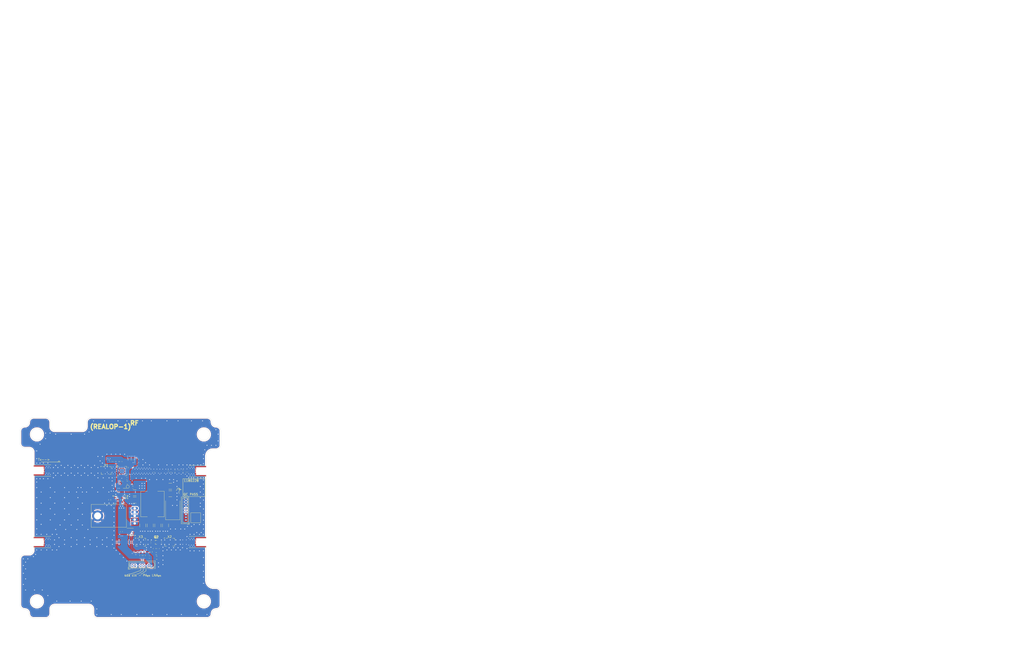
<source format=kicad_pcb>
(kicad_pcb (version 20240108) (generator "pcbnew") (generator_version "8.0")
  (layers (0 "F.Cu" signal) (1 "In1.Cu" signal) (2 "In2.Cu" signal) (31 "B.Cu" signal) (34 "B.Paste" user) (35 "F.Paste" user) (36 "B.SilkS" user "B.Silkscreen") (37 "F.SilkS" user "F.Silkscreen") (38 "B.Mask" user) (39 "F.Mask" user) (44 "Edge.Cuts" user))
  (net 0 "")
  (net 1 "Net-(C1-Pad2)")
  (net 2 "Net-(C2-Pad2)")
  (net 3 "Net-(J1-In)")
  (net 5 "GND")
  (net 6 "/VDD_PA")
  (net 7 "/VPA_BIAS")
  (net 8 "Net-(C20-Pad2)")
  (net 9 "Net-(U7-vcc1)")
  (net 10 "Net-(U7-vcc2)")
  (net 12 "Net-(U7-RFin)")
  (net 13 "Net-(J2-In)")
  (net 14 "/BUS_Vin+")
  (net 15 "Net-(D1-K)")
  (net 17 "Net-(J5-In)")
  (net 18 "Net-(X2-IN)")
  (net 19 "Net-(Q2-B)")
  (net 20 "Net-(Q2-C)")
  (net 21 "Net-(L7-Pad1)")
  (net 22 "Net-(L8-Pad1)")
  (net 23 "Net-(X3-OUT)")
  (net 24 "Net-(J4-In)")
  (net 28 "/LNA_VCC")
  (net 29 "Net-(J6-Pin_5)")
  (net 30 "Net-(J6-Pin_4)")
  (net 35 "Net-(U3-SCL)")
  (net 36 "Net-(U3-SDA)")
  (net 37 "Net-(Q1-D)")
  (net 38 "/RF_PA_EN_PWR")
  (footprint "Capacitor_SMD:C_0603_1608Metric" (layer "F.Cu") (at 122.1 108.2)
    (property "Reference" "C30" (hide yes))
    (property "Value" "1uF")
  )
  (footprint "Resistor_SMD:R_0603_1608Metric" (layer "F.Cu") (at 104.3 82.5 -90)
    (property "Reference" "R2" (hide yes))
    (property "Value" "1k")
  )
  (footprint "Capacitor_SMD:C_0603_1608Metric" (layer "F.Cu") (at 114.7 76.9 180)
    (property "Reference" "C39" (hide yes))
    (property "Value" "1uF")
  )
  (footprint "Capacitor_SMD:C_0603_1608Metric" (layer "F.Cu") (at 106.7 73)
    (property "Reference" "C16" (hide yes))
    (property "Value" "1uF")
  )
  (footprint "Resistor_SMD:R_0603_1608Metric" (layer "F.Cu") (at 109.7 82.5 90)
    (property "Reference" "R1" (hide yes))
    (property "Value" "1k")
  )
  (footprint "Capacitor_SMD:C_0603_1608Metric" (layer "F.Cu") (at 109.7 74.3 90)
    (property "Reference" "C18" (hide yes))
    (property "Value" "1uF")
  )
  (footprint "Capacitor_SMD:C_0603_1608Metric" (layer "F.Cu") (at 114.7 64.5 90)
    (property "Reference" "C21" (hide yes))
    (property "Value" "100pF")
  )
  (footprint "Inductor_SMD:L_0603_1608Metric" (layer "F.Cu") (at 133.6125 69.6)
    (property "Reference" "L5" (hide yes))
    (property "Value" "18nH")
  )
  (footprint "RPRP_neo:rpMMCX_edge_1.6mmPCB" (layer "F.Cu") (at 70.1 101.5)
    (property "Reference" "J4" (hide yes))
    (property "Value" "MMCX")
    (fp_line (start 0 1.75) (end 4.5 1.75) (stroke (width 0.1)) (layer "Edge.Cuts"))
    (fp_line (start 4.5 -1.75) (end 0 -1.75) (stroke (width 0.1)) (layer "Edge.Cuts"))
    (fp_line (start 4.5 1.75) (end 4.5 -1.75) (stroke (width 0.1)) (layer "Edge.Cuts"))
  )
  (footprint "RPRP_neo:SOT-323-GDsp" (layer "F.Cu") (at 125.2 101.5 180)
    (property "Reference" "Q2")
    (property "Value" "BFS520")
  )
  (footprint "Inductor_SMD:L_0603_1608Metric" (layer "F.Cu") (at 107.8 65.3 -90)
    (property "Reference" "L1" (hide yes))
    (property "Value" "8.2nH")
  )
  (footprint "Inductor_SMD:L_0603_1608Metric" (layer "F.Cu") (at 126 104.4 90)
    (property "Reference" "L7" (hide yes))
    (property "Value" "18nH")
  )
  (footprint "Capacitor_SMD:C_0603_1608Metric" (layer "F.Cu") (at 113.2 64.5 90)
    (property "Reference" "C22" (hide yes))
    (property "Value" "33pF")
  )
  (footprint "Capacitor_SMD:C_0603_1608Metric" (layer "F.Cu") (at 104.8 65.3 -90)
    (property "Reference" "C15" (hide yes))
    (property "Value" "100pF")
  )
  (footprint "Diode_SMD:D_SMC" (layer "F.Cu") (at 132.6175 86.5 90)
    (property "Reference" "D1" (hide yes))
    (property "Value" "B320")
  )
  (footprint "Inductor_SMD:L_1008_2520Metric" (layer "F.Cu") (at 113.8 68 -90)
    (property "Reference" "L3" (hide yes))
    (property "Value" "8.2nH")
  )
  (footprint "Capacitor_SMD:C_1210_3225Metric" (layer "F.Cu") (at 129.36 94 -90)
    (property "Reference" "C6" (hide yes))
    (property "Value" "10uF")
  )
  (footprint "Capacitor_SMD:C_1210_3225Metric" (layer "F.Cu") (at 131.5175 76.35)
    (property "Reference" "C14" (hide yes))
    (property "Value" "10uF")
  )
  (footprint "Resistor_SMD:R_0603_1608Metric" (layer "F.Cu") (at 122.9 105.9 -90)
    (property "Reference" "R4" (hide yes))
    (property "Value" "22")
  )
  (footprint "RPRP_neo:rpMMCX_edge_1.6mmPCB" (layer "F.Cu") (at 147.6 69.6 180)
    (property "Reference" "J2" (hide yes))
    (property "Value" "MMCX")
    (fp_line (start 4.5 1.75) (end 4.5 -1.75) (stroke (width 0.1)) (layer "Edge.Cuts"))
    (fp_line (start 4.5 -1.75) (end 0 -1.75) (stroke (width 0.1)) (layer "Edge.Cuts"))
    (fp_line (start 0 1.75) (end 4.5 1.75) (stroke (width 0.1)) (layer "Edge.Cuts"))
  )
  (footprint "Capacitor_SMD:C_0603_1608Metric" (layer "F.Cu") (at 116.7 66.8 180)
    (property "Reference" "C23" (hide yes))
    (property "Value" "1uF")
  )
  (footprint "Capacitor_SMD:C_1210_3225Metric" (layer "F.Cu") (at 122.56 94 -90)
    (property "Reference" "C8" (hide yes))
    (property "Value" "10uF")
  )
  (footprint "Capacitor_SMD:C_1210_3225Metric" (layer "F.Cu") (at 115.5175 79.3 180)
    (property "Reference" "C10" (hide yes))
    (property "Value" "10uF")
  )
  (footprint "Package_TO_SOT_SMD:SOT-23" (layer "F.Cu") (at 107 82.5)
    (property "Reference" "Q1" (hide yes))
    (property "Value" "2N7002E")
  )
  (footprint "Capacitor_SMD:C_0603_1608Metric" (layer "F.Cu") (at 108.3 78.9 90)
    (property "Reference" "C40" (hide yes))
    (property "Value" "1uF")
  )
  (footprint "Capacitor_SMD:C_1210_3225Metric" (layer "F.Cu") (at 131.5175 79.75)
    (property "Reference" "C26" (hide yes))
    (property "Value" "10uF")
  )
  (footprint "Capacitor_SMD:C_0402_1005Metric" (layer "F.Cu") (at 139.0125 70.08 90)
    (property "Reference" "C3" (hide yes))
    (property "Value" "15pF")
  )
  (footprint "Capacitor_SMD:C_1210_3225Metric" (layer "F.Cu") (at 125.96 94 -90)
    (property "Reference" "C7" (hide yes))
    (property "Value" "10uF")
  )
  (footprint "Filter:Filter_SAW_Epcos_DCC6C_3x3mm" (layer "F.Cu") (at 118.24 101.5)
    (property "Reference" "X3")
    (property "Value" "TA1651A")
  )
  (footprint "TestPoint:TestPoint_Pad_4.0x4.0mm" (layer "F.Cu") (at 142.9175 90.55 180)
    (property "Reference" "TP2" (hide yes))
    (property "Value" "TestPoint")
  )
  (footprint "RPRP_neo:rpMMCX_edge_1.6mmPCB" (layer "F.Cu") (at 147.6 101.5 180)
    (property "Reference" "J5" (hide yes))
    (property "Value" "MMCX")
    (fp_line (start 4.5 1.75) (end 4.5 -1.75) (stroke (width 0.1)) (layer "Edge.Cuts"))
    (fp_line (start 4.5 -1.75) (end 0 -1.75) (stroke (width 0.1)) (layer "Edge.Cuts"))
    (fp_line (start 0 1.75) (end 4.5 1.75) (stroke (width 0.1)) (layer "Edge.Cuts"))
  )
  (footprint "Capacitor_SMD:C_1210_3225Metric" (layer "F.Cu") (at 115.5175 82.6 180)
    (property "Reference" "C9" (hide yes))
    (property "Value" "10uF")
  )
  (footprint "RPRP_neo:TO220-5-Flatmnt" (layer "F.Cu") (at 115.5175 93.1 90)
    (property "Reference" "U2" (hide yes))
    (property "Value" "LM2596T-5")
  )
  (footprint "Resistor_SMD:R_0603_1608Metric" (layer "F.Cu") (at 125.2 106.7)
    (property "Reference" "R3" (hide yes))
    (property "Value" "5.1k")
  )
  (footprint "Capacitor_SMD:C_0805_2012Metric" (layer "F.Cu") (at 112.2 74.8)
    (property "Reference" "C4" (hide yes))
    (property "Value" "22uF")
  )
  (footprint "Capacitor_SMD:C_0402_1005Metric" (layer "F.Cu") (at 131.8125 70.08 90)
    (property "Reference" "C1" (hide yes))
    (property "Value" "15pF")
  )
  (footprint "Capacitor_SMD:C_0603_1608Metric" (layer "F.Cu") (at 109.5 96.8 -90)
    (property "Reference" "C11" (hide yes))
    (property "Value" "1uF")
  )
  (footprint "Capacitor_SMD:C_0603_1608Metric" (layer "F.Cu") (at 112 73 180)
    (property "Reference" "C19" (hide yes))
    (property "Value" "1uF")
  )
  (footprint "TestPoint:TestPoint_Pad_D1.0mm" (layer "F.Cu") (at 112.4 76.6)
    (property "Reference" "TP1" (hide yes))
    (property "Value" "3")
  )
  (footprint "Resistor_SMD:R_0603_1608Metric" (layer "F.Cu") (at 119.8 107.5 -90)
    (property "Reference" "R5" (hide yes))
    (property "Value" "22")
  )
  (footprint "Inductor_SMD:L_0603_1608Metric" (layer "F.Cu") (at 137.2 69.6)
    (property "Reference" "L6" (hide yes))
    (property "Value" "18nH")
  )
  (footprint "RPRP_neo:QFN-16_4x4_P0.65mm_RF" (layer "F.Cu") (at 109.8 69.6)
    (property "Reference" "U7" (hide yes))
    (property "Value" "YP3236W")
  )
  (footprint "Capacitor_SMD:C_0402_1005Metric" (layer "F.Cu") (at 112.8 71 90)
    (property "Reference" "C20" (hide yes))
    (property "Value" "8.2pF")
  )
  (footprint "Capacitor_SMD:C_0402_1005Metric" (layer "F.Cu") (at 127.6 101.5)
    (property "Reference" "C27" (hide yes))
    (property "Value" "100pF")
  )
  (footprint "Package_SO:VSSOP-8_3x3mm_P0.65mm" (layer "F.Cu") (at 113.5 96.8 180)
    (property "Reference" "U3" (hide yes))
    (property "Value" "TMP275")
  )
  (footprint "Filter:Filter_SAW_Epcos_DCC6C_3x3mm" (layer "F.Cu") (at 131.2 101.5)
    (property "Reference" "X2")
    (property "Value" "TA1651A")
  )
  (footprint "Resistor_SMD:R_0603_1608Metric" (layer "F.Cu") (at 116 106.6)
    (property "Reference" "R7" (hide yes))
    (property "Value" "1k")
  )
  (footprint "Inductor_SMD:L_0603_1608Metric" (layer "F.Cu") (at 109.3 65.3 -90)
    (property "Reference" "L2" (hide yes))
    (property "Value" "8.2nH")
  )
  (footprint "Inductor_SMD:L_0603_1608Metric" (layer "F.Cu") (at 124.4 104.4 90)
    (property "Reference" "L8" (hide yes))
    (property "Value" "12nH")
  )
  (footprint "Inductor_SMD:L_Changjiang_FXL1040" (layer "F.Cu") (at 123.5175 84.4 90)
    (property "Reference" "L4" (hide yes))
    (property "Value" "22uH")
  )
  (footprint "RPRP_neo:rpMMCX_edge_1.6mmPCB" (layer "F.Cu") (at 70.1 69.3)
    (property "Reference" "J1" (hide yes))
    (property "Value" "MMCX")
    (fp_line (start 0 1.75) (end 4.5 1.75) (stroke (width 0.1)) (layer "Edge.Cuts"))
    (fp_line (start 4.5 -1.75) (end 0 -1.75) (stroke (width 0.1)) (layer "Edge.Cuts"))
    (fp_line (start 4.5 1.75) (end 4.5 -1.75) (stroke (width 0.1)) (layer "Edge.Cuts"))
  )
  (footprint "Resistor_SMD:R_0603_1608Metric" (layer "F.Cu") (at 118.3 107.5 -90)
    (property "Reference" "R6" (hide yes))
    (property "Value" "22")
  )
  (footprint "Package_TO_SOT_SMD:SOT-23-3" (layer "F.Cu") (at 111.1 78.9 180)
    (property "Reference" "U1")
    (property "Value" "XC6206PxxxMR")
  )
  (footprint "Capacitor_SMD:C_0603_1608Metric" (layer "F.Cu") (at 106.3 65.3 -90)
    (property "Reference" "C17" (hide yes))
    (property "Value" "100pF")
  )
  (footprint "Capacitor_SMD:C_0805_2012Metric" (layer "F.Cu") (at 125.4 108.5)
    (property "Reference" "C29" (hide yes))
    (property "Value" "22uF")
  )
  (footprint "Capacitor_SMD:C_0402_1005Metric" (layer "F.Cu") (at 135.4125 69.12 -90)
    (property "Reference" "C2" (hide yes))
    (property "Value" "22pF")
  )
  (footprint "Capacitor_SMD:C_0805_2012Metric" (layer "F.Cu") (at 117.2 65)
    (property "Reference" "C5" (hide yes))
    (property "Value" "22uF")
  )
  (footprint "Capacitor_SMD:C_0402_1005Metric" (layer "F.Cu") (at 130.6125 69.6 180)
    (property "Reference" "C25" (hide yes))
    (property "Value" "100pF")
  )
  (footprint "Connector_Molex:Molex_PicoBlade_53047-0810_1x08_P1.25mm_Vertical" (layer "F.Cu") (at 138.55 91.575 90)
    (property "Reference" "J3" (hide yes))
    (property "Value" "Conn_01x08")
  )
  (footprint "Filter:Filter_SAW_Epcos_DCC6C_3x3mm" (layer "F.Cu") (at 102.7 69.3)
    (property "Reference" "X1")
    (property "Value" "TA1651A")
  )
  (footprint "Capacitor_SMD:C_1210_3225Metric" (layer "F.Cu") (at 119.1175 94 -90)
    (property "Reference" "C13" (hide yes))
    (property "Value" "10uF")
  )
  (footprint "Connector_Molex:Molex_PicoBlade_53047-0810_1x08_P1.25mm_Vertical" (layer "F.Cu") (at 114.45 112.1)
    (property "Reference" "J6" (hide yes))
    (property "Value" "Conn_01x08")
  )
  (footprint "Capacitor_SMD:C_0402_1005Metric" (layer "F.Cu") (at 122.78 101.5)
    (property "Reference" "C28" (hide yes))
    (property "Value" "100pF")
  )
  (footprint "Capacitor_SMD:C_0402_1005Metric" (layer "F.Cu") (at 124.1 70.08 90)
    (property "Reference" "C24" (hide yes))
    (property "Value" "33pF")
  )
  (gr_line (start 118.2 113.6) (end 118.2 114.2) (stroke (width 0.15)) (layer "F.SilkS"))
  (gr_line (start 81.5 65) (end 81 65.5) (stroke (width 0.15)) (layer "F.SilkS"))
  (gr_line (start 119.4 113.6) (end 119.4 114.4) (stroke (width 0.15)) (layer "F.SilkS"))
  (gr_line (start 73.5 65.5) (end 82 65.5) (stroke (width 0.15)) (layer "F.SilkS"))
  (gr_rect (start 137.2 73) (end 147.2 81) (stroke (width 0.15)) (fill none) (layer "F.SilkS"))
  (gr_line (start 136.4 77.9) (end 135.9 78) (stroke (width 0.15)) (layer "F.SilkS"))
  (gr_line (start 135.8 77.6) (end 136.4 77.9) (stroke (width 0.15)) (layer "F.SilkS"))
  (gr_line (start 113.8 115.8) (end 112.8 115.8) (stroke (width 0.15)) (layer "F.SilkS"))
  (gr_line (start 118.2 114.2) (end 113.8 115.8) (stroke (width 0.15)) (layer "F.SilkS"))
  (gr_line (start 120.6 113.6) (end 120.6 114.4) (stroke (width 0.15)) (layer "F.SilkS"))
  (gr_line (start 120.6 114.4) (end 118.6 115.8) (stroke (width 0.15)) (layer "F.SilkS"))
  (gr_arc (start 134.7 77.4) (mid 134.521622 77.90878) (end 134.12366 78.272512) (stroke (width 0.15)) (layer "F.SilkS"))
  (gr_line (start 118.6 115.8) (end 118.2 115.8) (stroke (width 0.15)) (layer "F.SilkS"))
  (gr_line (start 82 65.5) (end 81.5 65) (stroke (width 0.15)) (layer "F.SilkS"))
  (gr_arc (start 135.505829 79.69731) (mid 135.389826 78.892476) (end 135.732772 78.155181) (stroke (width 0.15)) (layer "F.SilkS"))
  (gr_arc (start 134.7 77.4) (mid 135.577946 77.283128) (end 135.732772 78.155181) (stroke (width 0.15)) (layer "F.SilkS"))
  (gr_line (start 119.4 114.4) (end 117 115.8) (stroke (width 0.15)) (layer "F.SilkS"))
  (gr_circle (center 135.4 77.7) (end 135.6 77.7) (stroke (width 0.15)) (fill none) (layer "F.SilkS"))
  (gr_line (start 117 115.8) (end 116.4 115.8) (stroke (width 0.15)) (layer "F.SilkS"))
  (gr_arc (start 148.1 45.6) (mid 149.514214 46.185786) (end 150.1 47.6) (stroke (width 0.1)) (layer "Edge.Cuts"))
  (gr_line (start 94 49.6) (end 94 47.6) (stroke (width 0.1)) (layer "Edge.Cuts"))
  (gr_arc (start 152.1 122.1) (mid 153.514214 122.685786) (end 154.1 124.1) (stroke (width 0.1)) (layer "Edge.Cuts"))
  (gr_line (start 96 45.6) (end 148.1 45.6) (stroke (width 0.1)) (layer "Edge.Cuts"))
  (gr_line (start 154.1 129.6) (end 154.1 124.1) (stroke (width 0.1)) (layer "Edge.Cuts"))
  (gr_line (start 70.1 45.6) (end 75.6 45.6) (stroke (width 0.1)) (layer "Edge.Cuts"))
  (gr_arc (start 64.1 51.6) (mid 64.685786 50.185786) (end 66.1 49.6) (stroke (width 0.1)) (layer "Edge.Cuts"))
  (gr_arc (start 98.9 135.6) (mid 97.485786 135.014214) (end 96.9 133.6) (stroke (width 0.1)) (layer "Edge.Cuts"))
  (gr_line (start 68.1 59.1) (end 66.1 59.1) (stroke (width 0.1)) (layer "Edge.Cuts"))
  (gr_arc (start 77.6 133.6) (mid 77.014214 135.014214) (end 75.6 135.6) (stroke (width 0.1)) (layer "Edge.Cuts"))
  (gr_arc (start 77.6 131.6) (mid 78.185786 130.185786) (end 79.6 129.6) (stroke (width 0.1)) (layer "Edge.Cuts"))
  (gr_arc (start 70.1 105.1) (mid 69.514214 106.514214) (end 68.1 107.1) (stroke (width 0.1)) (layer "Edge.Cuts"))
  (gr_line (start 147.6 62.8) (end 147.6 67.85) (stroke (width 0.1)) (layer "Edge.Cuts"))
  (gr_arc (start 66.1 131.6) (mid 67.514214 132.185786) (end 68.1 133.6) (stroke (width 0.1)) (layer "Edge.Cuts"))
  (gr_arc (start 94 49.6) (mid 93.414214 51.014214) (end 92 51.6) (stroke (width 0.1)) (layer "Edge.Cuts"))
  (gr_arc (start 70.1 135.6) (mid 68.685786 135.014214) (end 68.1 133.6) (stroke (width 0.1)) (layer "Edge.Cuts"))
  (gr_circle (center 71.6 128.1) (end 74.35 128.1) (stroke (width 0.1)) (fill none) (layer "Edge.Cuts"))
  (gr_line (start 79.6 129.6) (end 94.9 129.6) (stroke (width 0.1)) (layer "Edge.Cuts"))
  (gr_circle (center 71.6 53.1) (end 74.35 53.1) (stroke (width 0.1)) (fill none) (layer "Edge.Cuts"))
  (gr_arc (start 79.6 51.6) (mid 78.185786 51.014214) (end 77.6 49.6) (stroke (width 0.1)) (layer "Edge.Cuts"))
  (gr_line (start 64.1 51.6) (end 64.1 57.1) (stroke (width 0.1)) (layer "Edge.Cuts"))
  (gr_circle (center 146.6 53.1) (end 143.85 53.1) (stroke (width 0.1)) (fill none) (layer "Edge.Cuts"))
  (gr_arc (start 151 122.1) (mid 148.595837 121.104163) (end 147.6 118.7) (stroke (width 0.1)) (layer "Edge.Cuts"))
  (gr_arc (start 66.1 59.1) (mid 64.685786 58.514214) (end 64.1 57.1) (stroke (width 0.1)) (layer "Edge.Cuts"))
  (gr_line (start 152.1 59.8) (end 150.6 59.8) (stroke (width 0.1)) (layer "Edge.Cuts"))
  (gr_line (start 70.1 105.1) (end 70.1 103.25) (stroke (width 0.1)) (layer "Edge.Cuts"))
  (gr_line (start 152.1 122.1) (end 151 122.1) (stroke (width 0.1)) (layer "Edge.Cuts"))
  (gr_line (start 96.9 131.6) (end 96.9 133.6) (stroke (width 0.1)) (layer "Edge.Cuts"))
  (gr_arc (start 152.1 49.6) (mid 150.685786 49.014214) (end 150.1 47.6) (stroke (width 0.1)) (layer "Edge.Cuts"))
  (gr_arc (start 68.1 47.6) (mid 67.514214 49.014214) (end 66.1 49.6) (stroke (width 0.1)) (layer "Edge.Cuts"))
  (gr_line (start 70.1 99.75) (end 70.1 71.05) (stroke (width 0.1)) (layer "Edge.Cuts"))
  (gr_arc (start 64.1 109.1) (mid 64.685786 107.685786) (end 66.1 107.1) (stroke (width 0.1)) (layer "Edge.Cuts"))
  (gr_arc (start 147.6 62.8) (mid 148.47868 60.67868) (end 150.6 59.8) (stroke (width 0.1)) (layer "Edge.Cuts"))
  (gr_line (start 77.6 131.6) (end 77.6 133.6) (stroke (width 0.1)) (layer "Edge.Cuts"))
  (gr_line (start 77.6 49.6) (end 77.6 47.6) (stroke (width 0.1)) (layer "Edge.Cuts"))
  (gr_line (start 147.6 99.75) (end 147.6 71.35) (stroke (width 0.1)) (layer "Edge.Cuts"))
  (gr_arc (start 152.1 49.6) (mid 153.514214 50.185786) (end 154.1 51.6) (stroke (width 0.1)) (layer "Edge.Cuts"))
  (gr_line (start 98.9 135.6) (end 148.1 135.6) (stroke (width 0.1)) (layer "Edge.Cuts"))
  (gr_arc (start 75.6 45.6) (mid 77.014214 46.185786) (end 77.6 47.6) (stroke (width 0.1)) (layer "Edge.Cuts"))
  (gr_line (start 68.1 107.1) (end 66.1 107.1) (stroke (width 0.1)) (layer "Edge.Cuts"))
  (gr_line (start 70.1 135.6) (end 75.6 135.6) (stroke (width 0.1)) (layer "Edge.Cuts"))
  (gr_arc (start 68.1 47.6) (mid 68.685786 46.185786) (end 70.1 45.6) (stroke (width 0.1)) (layer "Edge.Cuts"))
  (gr_arc (start 66.1 131.6) (mid 64.685786 131.014214) (end 64.1 129.6) (stroke (width 0.1)) (layer "Edge.Cuts"))
  (gr_arc (start 154.1 57.8) (mid 153.514214 59.214214) (end 152.1 59.8) (stroke (width 0.1)) (layer "Edge.Cuts"))
  (gr_arc (start 94.9 129.6) (mid 96.314214 130.185786) (end 96.9 131.6) (stroke (width 0.1)) (layer "Edge.Cuts"))
  (gr_arc (start 154.1 129.6) (mid 153.514214 131.014214) (end 152.1 131.6) (stroke (width 0.1)) (layer "Edge.Cuts"))
  (gr_line (start 154.1 57.8) (end 154.1 51.6) (stroke (width 0.1)) (layer "Edge.Cuts"))
  (gr_arc (start 68.1 59.1) (mid 69.514214 59.685786) (end 70.1 61.1) (stroke (width 0.1)) (layer "Edge.Cuts"))
  (gr_arc (start 150.1 133.6) (mid 149.514214 135.014214) (end 148.1 135.6) (stroke (width 0.1)) (layer "Edge.Cuts"))
  (gr_arc (start 150.1 133.6) (mid 150.685786 132.185786) (end 152.1 131.6) (stroke (width 0.1)) (layer "Edge.Cuts"))
  (gr_line (start 79.6 51.6) (end 92 51.6) (stroke (width 0.1)) (layer "Edge.Cuts"))
  (gr_line (start 70.1 67.55) (end 70.1 61.15) (stroke (width 0.1)) (layer "Edge.Cuts"))
  (gr_line (start 147.6 118.7) (end 147.6 103.25) (stroke (width 0.1)) (layer "Edge.Cuts"))
  (gr_line (start 64.1 129.6) (end 64.1 109.1) (stroke (width 0.1)) (layer "Edge.Cuts"))
  (gr_circle (center 146.6 128.1) (end 143.85 128.1) (stroke (width 0.1)) (fill none) (layer "Edge.Cuts"))
  (gr_arc (start 94 47.6) (mid 94.585786 46.185786) (end 96 45.6) (stroke (width 0.1)) (layer "Edge.Cuts"))
  (gr_line (start 70.1 61.1) (end 70.1 61.15) (stroke (width 0.1)) (layer "Edge.Cuts"))
  (gr_text "QC PASS" (at 137.3 80.6 0) (layer "F.SilkS") (effects (font (size 1 1)) (justify left bottom)))
  (gr_text "RF" (at 113.2 49.2 0) (layer "F.SilkS") (effects (font (size 2 2) (thickness 0.5) (bold yes)) (justify left bottom)))
  (gr_text "sda clk - PA_{en} LNA_{en}" (at 110.8 117 0) (layer "F.SilkS") (effects (font (size 1 1)) (justify left bottom)))
  (gr_text "1180228" (at 137.5 74.5 0) (layer "F.SilkS") (effects (font (size 1 1)) (justify left bottom)))
  (gr_text "Tx-->" (at 72 65 0) (layer "F.SilkS") (effects (font (size 1 1)) (justify left bottom)))
  (gr_text "(REALOP-1)" (at 95.2 50.8 0) (layer "F.SilkS") (effects (font (size 2 2) (thickness 0.5) (bold yes)) (justify left bottom)))
  (segment (start 131.0925 69.6) (end 132.825 69.6) (width 0.38) (layer "F.Cu") (net 1))
  (segment (start 134.4 69.6) (end 136.4125 69.6) (width 0.38) (layer "F.Cu") (net 2))
  (segment (start 76.3 69.3) (end 101.25 69.3) (width 0.38) (layer "F.Cu") (net 3))
  (segment (start 109.475 70.925) (end 109.8 70.6) (width 0.25) (layer "F.Cu") (net 5))
  (segment (start 109.475 71.7) (end 109.475 70.925) (width 0.25) (layer "F.Cu") (net 5))
  (via (at 124.1 71) (size 0.6) (drill 0.3) (layers "F.Cu" "B.Cu") (net 5))
  (via (at 91.5 71.5) (size 0.8) (drill 0.4) (layers "F.Cu" "B.Cu") (net 5))
  (via (at 113.2175 81) (size 0.8) (drill 0.4) (layers "F.Cu" "B.Cu") (net 5))
  (via (at 145.2 66.8) (size 0.8) (drill 0.4) (layers "F.Cu" "B.Cu") (net 5))
  (via (at 73.5 84) (size 0.8) (drill 0.4) (layers "F.Cu" "B.Cu") (net 5))
  (via (at 88.5 67) (size 0.8) (drill 0.4) (layers "F.Cu" "B.Cu") (net 5))
  (via (at 81 68) (size 0.8) (drill 0.4) (layers "F.Cu" "B.Cu") (net 5))
  (via (at 73.5 98) (size 0.8) (drill 0.4) (layers "F.Cu" "B.Cu") (net 5))
  (via (at 77.6 68.1) (size 0.6) (drill 0.3) (layers "F.Cu" "B.Cu") (net 5))
  (via (at 126.2 110.8) (size 0.8) (drill 0.4) (layers "F.Cu" "B.Cu") (net 5))
  (via (at 106.2 87.8) (size 0.8) (drill 0.4) (layers "F.Cu" "B.Cu") (net 5))
  (via (at 136.4 71) (size 0.6) (drill 0.3) (layers "F.Cu" "B.Cu") (net 5))
  (via (at 97 47) (size 0.8) (drill 0.4) (layers "F.Cu" "B.Cu") (net 5))
  (via (at 105.4 74) (size 0.8) (drill 0.4) (layers "F.Cu" "B.Cu") (net 5))
  (via (at 146.4 82.6) (size 0.8) (drill 0.4) (layers "F.Cu" "B.Cu") (net 5))
  (via (at 146.4 91.6) (size 0.8) (drill 0.4) (layers "F.Cu" "B.Cu") (net 5))
  (via (at 105.4 72.6) (size 0.8) (drill 0.4) (layers "F.Cu" "B.Cu") (net 5))
  (via (at 107 62) (size 0.8) (drill 0.4) (layers "F.Cu" "B.Cu") (net 5))
  (via (at 109.5 134) (size 0.8) (drill 0.4) (layers "F.Cu" "B.Cu") (net 5))
  (via (at 81.5 99.5) (size 0.8) (drill 0.4) (layers "F.Cu" "B.Cu") (net 5))
  (via (at 73.5 89) (size 0.8) (drill 0.4) (layers "F.Cu" "B.Cu") (net 5))
  (via (at 141 47) (size 0.8) (drill 0.4) (layers "F.Cu" "B.Cu") (net 5))
  (via (at 71 107) (size 0.8) (drill 0.4) (layers "F.Cu" "B.Cu") (net 5))
  (via (at 104 72.6) (size 0.8) (drill 0.4) (layers "F.Cu" "B.Cu") (net 5))
  (via (at 100 65) (size 0.8) (drill 0.4) (layers "F.Cu" "B.Cu") (net 5))
  (via (at 126.8 71) (size 0.6) (drill 0.3) (layers "F.Cu" "B.Cu") (net 5))
  (via (at 75.4 68.1) (size 0.6) (drill 0.3) (layers "F.Cu" "B.Cu") (net 5))
  (via (at 143.85 66.8) (size 0.8) (drill 0.4) (layers "F.Cu" "B.Cu") (net 5))
  (via (at 146.4 108.4) (size 0.8) (drill 0.4) (layers "F.Cu" "B.Cu") (net 5))
  (via (at 102.3 68.4) (size 0.6) (drill 0.3) (layers "F.Cu" "B.Cu") (net 5))
  (via (at 112.3 62.9) (size 0.6) (drill 0.3) (layers "F.Cu" "B.Cu") (net 5))
  (via (at 144.6 105.4) (size 0.8) (drill 0.4) (layers "F.Cu" "B.Cu") (net 5))
  (via (at 147 60) (size 0.8) (drill 0.4) (layers "F.Cu" "B.Cu") (net 5))
  (via (at 80 53) (size 0.8) (drill 0.4) (layers "F.Cu" "B.Cu") (net 5))
  (via (at 92 84) (size 0.8) (drill 0.4) (layers "F.Cu" "B.Cu") (net 5))
  (via (at 140.4 66.8) (size 0.8) (drill 0.4) (layers "F.Cu" "B.Cu") (net 5))
  (via (at 71.5 60.5) (size 0.8) (drill 0.4) (layers "F.Cu" "B.Cu") (net 5))
  (via (at 130.1 70.5) (size 0.6) (drill 0.3) (layers "F.Cu" "B.Cu") (net 5))
  (via (at 90 77) (size 0.8) (drill 0.4) (layers "F.Cu" "B.Cu") (net 5))
  (via (at 124.1 68.7) (size 0.6) (drill 0.3) (layers "F.Cu" "B.Cu") (net 5))
  (via (at 126.9 96.6) (size 0.8) (drill 0.4) (layers "F.Cu" "B.Cu") (net 5))
  (via (at 105.4 68.4) (size 0.6) (drill 0.3) (layers "F.Cu" "B.Cu") (net 5))
  (via (at 71.5 74.5) (size 0.8) (drill 0.4) (layers "F.Cu" "B.Cu") (net 5))
  (via (at 132.4 66.8) (size 0.8) (drill 0.4) (layers "F.Cu" "B.Cu") (net 5))
  (via (at 102 47) (size 0.8) (drill 0.4) (layers "F.Cu" "B.Cu") (net 5))
  (via (at 109.1175 85.35) (size 0.8) (drill 0.4) (layers "F.Cu" "B.Cu") (net 5))
  (via (at 119.2 66.8) (size 0.8) (drill 0.4) (layers "F.Cu" "B.Cu") (net 5))
  (via (at 148 134) (size 0.8) (drill 0.4) (layers "F.Cu" "B.Cu") (net 5))
  (via (at 103 103.5) (size 0.8) (drill 0.4) (layers "F.Cu" "B.Cu") (net 5))
  (via (at 113.2175 84.2) (size 0.8) (drill 0.4) (layers "F.Cu" "B.Cu") (net 5))
  (via (at 66.5 118) (size 0.8) (drill 0.4) (layers "F.Cu" "B.Cu") (net 5))
  (via (at 116.2 70.5) (size 0.6) (drill 0.3) (layers "F.Cu" "B.Cu") (net 5))
  (via (at 134 100.5) (size 0.8) (drill 0.4) (layers "F.Cu" "B.Cu") (net 5))
  (via (at 140.4 98) (size 0.8) (drill 0.4) (layers "F.Cu" "B.Cu") (net 5))
  (via (at 139 68.6) (size 0.6) (drill 0.3) (layers "F.Cu" "B.Cu") (net 5))
  (via (at 128.2 105.4) (size 0.8) (drill 0.4) (layers "F.Cu" "B.Cu") (net 5))
  (via (at 121.5 96.6) (size 0.8) (drill 0.4) (layers "F.Cu" "B.Cu") (net 5))
  (via (at 101 66) (size 0.8) (drill 0.4) (layers "F.Cu" "B.Cu") (net 5))
  (via (at 89.4 79) (size 0.8) (drill 0.4) (layers "F.Cu" "B.Cu") (net 5))
  (via (at 145.4 97.2) (size 0.8) (drill 0.4) (layers "F.Cu" "B.Cu") (net 5))
  (via (at 131.8 71) (size 0.6) (drill 0.3) (layers "F.Cu" "B.Cu") (net 5))
  (via (at 142 72.6) (size 0.8) (drill 0.4) (layers "F.Cu" "B.Cu") (net 5))
  (via (at 141 99.8) (size 0.6) (drill 0.3) (layers "F.Cu" "B.Cu") (net 5))
  (via (at 136.5 134) (size 0.8) (drill 0.4) (layers "F.Cu" "B.Cu") (net 5))
  (via (at 103.2 67.7) (size 0.6) (drill 0.3) (layers "F.Cu" "B.Cu") (net 5))
  (via (at 75.5 55) (size 0.8) (drill 0.4) (layers "F.Cu" "B.Cu") (net 5))
  (via (at 93 68) (size 0.8) (drill 0.4) (layers "F.Cu" "B.Cu") (net 5))
  (via (at 91.4 77) (size 0.8) (drill 0.4) (layers "F.Cu" "B.Cu") (net 5))
  (via (at 134.5 85) (size 0.8) (drill 0.4) (layers "F.Cu" "B.Cu") (net 5))
  (via (at 85.5 67) (size 0.8) (drill 0.4) (layers "F.Cu" "B.Cu") (net 5))
  (via (at 142.2 98) (size 0.8) (drill 0.4) (layers "F.Cu" "B.Cu") (net 5))
  (via (at 79 68) (size 0.8) (drill 0.4) (layers "F.Cu" "B.Cu") (net 5))
  (via (at 89.5 95.8) (size 0.8) (drill 0.4) (layers "F.Cu" "B.Cu") (net 5))
  (via (at 134.5 74) (size 0.8) (drill 0.4) (layers "F.Cu" "B.Cu") (net 5))
  (via (at 141.6 68.4) (size 0.6) (drill 0.3) (layers "F.Cu" "B.Cu") (net 5))
  (via (at 79.5 102.5) (size 0.8) (drill 0.4) (layers "F.Cu" "B.Cu") (net 5))
  (via (at 122.2 68.2) (size 0.6) (drill 0.3) (layers "F.Cu" "B.Cu") (net 5))
  (via (at 135.4 70.5) (size 0.6) (drill 0.3) (layers "F.Cu" "B.Cu") (net 5))
  (via (at 122.2 70.5) (size 0.6) (drill 0.3) (layers "F.Cu" "B.Cu") (net 5))
  (via (at 121.6 68.7) (size 0.6) (drill 0.3) (layers "F.Cu" "B.Cu") (net 5))
  (via (at 77.6 81.5) (size 0.8) (drill 0.4) (layers "F.Cu" "B.Cu") (net 5))
  (via (at 146.4 73.6) (size 0.8) (drill 0.4) (layers "F.Cu" "B.Cu") (net 5))
  (via (at 73.5 105) (size 0.8) (drill 0.4) (layers "F.Cu" "B.Cu") (net 5))
  (via (at 79.5 100.5) (size 0.8) (drill 0.4) (layers "F.Cu" "B.Cu") (net 5))
  (via (at 131.2 70.5) (size 0.6) (drill 0.3) (layers "F.Cu" "B.Cu") (net 5))
  (via (at 123.5 134) (size 0.8) (drill 0.4) (layers "F.Cu" "B.Cu") (net 5))
  (via (at 88.5 71.5) (size 0.8) (drill 0.4) (layers "F.Cu" "B.Cu") (net 5))
  (via (at 65.5 115.5) (size 0.8) (drill 0.4) (layers "F.Cu" "B.Cu") (net 5))
  (via (at 87 93.8) (size 0.8) (drill 0.4) (layers "F.Cu" "B.Cu") (net 5))
  (via (at 132 105) (size 0.8) (drill 0.4) (layers "F.Cu" "B.Cu") (net 5))
  (via (at 95.5 102.5) (size 0.8) (drill 0.4) (layers "F.Cu" "B.Cu") (net 5))
  (via (at 84 86.5) (size 0.8) (drill 0.4) (layers "F.Cu" "B.Cu") (net 5))
  (via (at 105 134) (size 0.8) (drill 0.4) (layers "F.Cu" "B.Cu") (net 5))
  (via (at 118 102.5) (size 0.8) (drill 0.4) (layers "F.Cu" "B.Cu") (net 5))
  (via (at 90 86.5) (size 0.8) (drill 0.4) (layers "F.Cu" "B.Cu") (net 5))
  (via (at 98.5 99.5) (size 0.8) (drill 0.4) (layers "F.Cu" "B.Cu") (net 5))
  (via (at 65.5 112) (size 0.8) (drill 0.4) (layers "F.Cu" "B.Cu") (net 5))
  (via (at 111 80) (size 0.8) (drill 0.4) (layers "F.Cu" "B.Cu") (net 5))
  (via (at 86 84) (size 0.8) (drill 0.4) (layers "F.Cu" "B.Cu") (net 5))
  (via (at 77.6 71.1) (size 0.6) (drill 0.3) (layers "F.Cu" "B.Cu") (net 5))
  (via (at 153 53) (size 0.8) (drill 0.4) (layers "F.Cu" "B.Cu") (net 5))
  (via (at 71.5 64) (size 0.8) (drill 0.4) (layers "F.Cu" "B.Cu") (net 5))
  (via (at 107.2 105.2) (size 0.8) (drill 0.4) (layers "F.Cu" "B.Cu") (net 5))
  (via (at 146.4 105.4) (size 0.8) (drill 0.4) (layers "F.Cu" "B.Cu") (net 5))
  (via (at 112.3 63.7) (size 0.6) (drill 0.3) (layers "F.Cu" "B.Cu") (net 5))
  (via (at 131 104) (size 0.8) (drill 0.4) (layers "F.Cu" "B.Cu") (net 5))
  (via (at 106 78.6) (size 0.8) (drill 0.4) (layers "F.Cu" "B.Cu") (net 5))
  (via (at 96 68) (size 0.8) (drill 0.4) (layers "F.Cu" "B.Cu") (net 5))
  (via (at 78.5 105) (size 0.8) (drill 0.4) (layers "F.Cu" "B.Cu") (net 5))
  (via (at 78.5 98) (size 0.8) (drill 0.4) (layers "F.Cu" "B.Cu") (net 5))
  (via (at 110.8 68.6) (size 0.6) (drill 0.3) (layers "F.Cu" "B.Cu") (net 5))
  (via (at 76 102.7) (size 0.6) (drill 0.3) (layers "F.Cu" "B.Cu") (net 5))
  (via (at 105 78.6) (size 0.8) (drill 0.4) (layers "F.Cu" "B.Cu") (net 5))
  (via (at 84.5 95.8) (size 0.8) (drill 0.4) (layers "F.Cu" "B.Cu") (net 5))
  (via (at 71.5 73) (size 0.8) (drill 0.4) (layers "F.Cu" "B.Cu") (net 5))
  (via (at 141.6 103.4) (size 0.6) (drill 0.3) (layers "F.Cu" "B.Cu") (net 5))
  (via (at 152 51) (size 0.8) (drill 0.4) (layers "F.Cu" "B.Cu") (net 5))
  (via (at 136.4 68.6) (size 0.6) (drill 0.3) (layers "F.Cu" "B.Cu") (net 5))
  (via (at 120.1 96.6) (size 0.8) (drill 0.4) (layers "F.Cu" "B.Cu") (net 5))
  (via (at 136.2 95.6) (size 0.8) (drill 0.4) (layers "F.Cu" "B.Cu") (net 5))
  (via (at 110.3 70.1) (size 0.6) (drill 0.3) (layers "F.Cu" "B.Cu") (net 5))
  (via (at 134.5 79.5) (size 0.8) (drill 0.4) (layers "F.Cu" "B.Cu") (net 5))
  (via (at 95 52) (size 0.8) (drill 0.4) (layers "F.Cu" "B.Cu") (net 5))
  (via (at 76.6 103.3) (size 0.6) (drill 0.3) (layers "F.Cu" "B.Cu") (net 5))
  (via (at 106.2 90) (size 0.8) (drill 0.4) (layers "F.Cu" "B.Cu") (net 5))
  (via (at 75.5 52.5) (size 0.8) (drill 0.4) (layers "F.Cu" "B.Cu") (net 5))
  (via (at 117.4 70.5) (size 0.6) (drill 0.3) (layers "F.Cu" "B.Cu") (net 5))
  (via (at 106.2 94.2) (size 0.8) (drill 0.4) (layers "F.Cu" "B.Cu") (net 5))
  (via (at 144.6 93.6) (size 0.8) (drill 0.4) (layers "F.Cu" "B.Cu") (net 5))
  (via (at 96.4 77) (size 0.8) (drill 0.4) (layers "F.Cu" "B.Cu") (net 5))
  (via (at 103 99.5) (size 0.8) (drill 0.4) (layers "F.Cu" "B.Cu") (net 5))
  (via (at 81.5 103.5) (size 0.8) (drill 0.4) (layers "F.Cu" "B.Cu") (net 5))
  (via (at 148 58) (size 0.8) (drill 0.4) (layers "F.Cu" "B.Cu") (net 5))
  (via (at 93.9 79) (size 0.8) (drill 0.4) (layers "F.Cu" "B.Cu") (net 5))
  (via (at 92 89) (size 0.8) (drill 0.4) (layers "F.Cu" "B.Cu") (net 5))
  (via (at 139.8 102.8) (size 0.6) (drill 0.3) (layers "F.Cu" "B.Cu") (net 5))
  (via (at 105.4 70.1) (size 0.6) (drill 0.3) (layers "F.Cu" "B.Cu") (net 5))
  (via (at 108.8 68.6) (size 0.6) (drill 0.3) (layers "F.Cu" "B.Cu") (net 5))
  (via (at 141 67.8) (size 0.6) (drill 0.3) (layers "F.Cu" "B.Cu") (net 5))
  (via (at 129 102.5) (size 0.8) (drill 0.4) (layers "F.Cu" "B.Cu") (net 5))
  (via (at 113.2175 80) (size 0.8) (drill 0.4) (layers "F.Cu" "B.Cu") (net 5))
  (via (at 85.5 71.5) (size 0.8) (drill 0.4) (layers "F.Cu" "B.Cu") (net 5))
  (via (at 77.6 91.5) (size 0.8) (drill 0.4) (layers "F.Cu" "B.Cu") (net 5))
  (via (at 96 128) (size 0.8) (drill 0.4) (layers "F.Cu" "B.Cu") (net 5))
  (via (at 113.1 62.9) (size 0.6) (drill 0.3) (layers "F.Cu" "B.Cu") (net 5))
  (via (at 119.2 68.7) (size 0.6) (drill 0.3) (layers "F.Cu" "B.Cu") (net 5))
  (via (at 126.2 112.6) (size 0.8) (drill 0.4) (layers "F.Cu" "B.Cu") (net 5))
  (via (at 76.5 73) (size 0.8) (drill 0.4) (layers "F.Cu" "B.Cu") (net 5))
  (via (at 116.8 68.7) (size 0.6) (drill 0.3) (layers "F.Cu" "B.Cu") (net 5))
  (via (at 141 94.4) (size 0.8) (drill 0.4) (layers "F.Cu" "B.Cu") (net 5))
  (via (at 117.4 68.2) (size 0.6) (drill 0.3) (layers "F.Cu" "B.Cu") (net 5))
  (via (at 134 105) (size 0.8) (drill 0.4) (layers "F.Cu" "B.Cu") (net 5))
  (via (at 71.5 105) (size 0.8) (drill 0.4) (layers "F.Cu" "B.Cu") (net 5))
  (via (at 106.2 86.2) (size 0.8) (drill 0.4) (layers "F.Cu" "B.Cu") (net 5))
  (via (at 146 47) (size 0.8) (drill 0.4) (layers "F.Cu" "B.Cu") (net 5))
  (via (at 128.2 111.6) (size 0.8) (drill 0.4) (layers "F.Cu" "B.Cu") (net 5))
  (via (at 119 47) (size 0.8) (drill 0.4) (layers "F.Cu" "B.Cu") (net 5))
  (via (at 77.6 77) (size 0.8) (drill 0.4) (layers "F.Cu" "B.Cu") (net 5))
  (via (at 90 81.5) (size 0.8) (drill 0.4) (layers "F.Cu" "B.Cu") (net 5))
  (via (at 143.4 97.2) (size 0.8) (drill 0.4) (layers "F.Cu" "B.Cu") (net 5))
  (via (at 80.5 128) (size 0.8) (drill 0.4) (layers "F.Cu" "B.Cu") (net 5))
  (via (at 128.9 70.5) (size 0.6) (drill 0.3) (layers "F.Cu" "B.Cu") (net 5))
  (via (at 120.4 65.8) (size 0.8) (drill 0.4) (layers "F.Cu" "B.Cu") (net 5))
  (via (at 139.8 72.6) (size 0.8) (drill 0.4) (layers "F.Cu" "B.Cu") (net 5))
  (via (at 131 102.5) (size 0.8) (drill 0.4) (layers "F.Cu" "B.Cu") (net 5))
  (via (at 103.6 70.8) (size 0.6) (drill 0.3) (layers "F.Cu" "B.Cu") (net 5))
  (via (at 141 70.8) (size 0.6) (drill 0.3) (layers "F.Cu" "B.Cu") (net 5))
  (via (at 143.8 72.6) (size 0.8) (drill 0.4) (layers "F.Cu" "B.Cu") (net 5))
  (via (at 90 68) (size 0.8) (drill 0.4) (layers "F.Cu" "B.Cu") (net 5))
  (via (at 145 84) (size 0.8) (drill 0.4) (layers "F.Cu" "B.Cu") (net 5))
  (via (at 77 99.7) (size 0.6) (drill 0.3) (layers "F.Cu" "B.Cu") (net 5))
  (via (at 125.4 73.4) (size 0.8) (drill 0.4) (layers "F.Cu" "B.Cu") (net 5))
  (via (at 109.8 69.6) (size 0.6) (drill 0.3) (layers "F.Cu" "B.Cu") (net 5))
  (via (at 129 100.5) (size 0.8) (drill 0.4) (layers "F.Cu" "B.Cu") (net 5))
  (via (at 109.6 86.2) (size 0.8) (drill 0.4) (layers "F.Cu" "B.Cu") (net 5))
  (via (at 119.1 96.6) (size 0.8) (drill 0.4) (layers "F.Cu" "B.Cu") (net 5))
  (via (at 71.5 95.5) (size 0.8) (drill 0.4) (layers "F.Cu" "B.Cu") (net 5))
  (via (at 115 100.5) (size 0.8) (drill 0.4) (layers "F.Cu" "B.Cu") (net 5))
  (via (at 97.5 71.5) (size 0.8) (drill 0.4) (layers "F.Cu" "B.Cu") (net 5))
  (via (at 118.6 72.8) (size 0.8) (drill 0.4) (layers "F.Cu" "B.Cu") (net 5))
  (via (at 140.4 103.4) (size 0.6) (drill 0.3) (layers "F.Cu" "B.Cu") (net 5))
  (via (at 114.2175 84.2) (size 0.8) (drill 0.4) (layers "F.Cu" "B.Cu") (net 5))
  (via (at 109 62) (size 0.8) (drill 0.4) (layers "F.Cu" "B.Cu") (net 5))
  (via (at 107.1 70.8) (size 0.6) (drill 0.3) (layers "F.Cu" "B.Cu") (net 5))
  (via (at 81 70.5) (size 0.8) (drill 0.4) (layers "F.Cu" "B.Cu") (net 5))
  (via (at 77.6 100.3) (size 0.6) (drill 0.3) (layers "F.Cu" "B.Cu") (net 5))
  (via (at 101 102.5) (size 0.8) (drill 0.4) (layers "F.Cu" "B.Cu") (net 5))
  (via (at 146.4 75.4) (size 0.8) (drill 0.4) (layers "F.Cu" "B.Cu") (net 5))
  (via (at 115.6 71) (size 0.6) (drill 0.3) (layers "F.Cu" "B.Cu") (net 5))
  (via (at 122.5 96.6) (size 0.8) (drill 0.4) (layers "F.Cu" "B.Cu") (net 5))
  (via (at 66.5 123) (size 0.8) (drill 0.4) (layers "F.Cu" "B.Cu") (net 5))
  (via (at 105.4 76) (size 0.8) (drill 0.4) (layers "F.Cu" "B.Cu") (net 5))
  (via (at 106.2 98.4) (size 0.8) (drill 0.4) (layers "F.Cu" "B.Cu") (net 5))
  (via (at 120.4 72.8) (size 0.8) (drill 0.4) (layers "F.Cu" "B.Cu") (net 5))
  (via (at 146.4 62.2) (size 0.8) (drill 0.4) (layers "F.Cu" "B.Cu") (net 5))
  (via (at 99 70.5) (size 0.8) (drill 0.4) (layers "F.Cu" "B.Cu") (net 5))
  (via (at 93 53) (size 0.8) (drill 0.4) (layers "F.Cu" "B.Cu") (net 5))
  (via (at 108.6 74.4) (size 0.8) (drill 0.4) (layers "F.Cu" "B.Cu") (net 5))
  (via (at 71.5 98) (size 0.8) (drill 0.4) (layers "F.Cu" "B.Cu") (net 5))
  (via (at 102 84) (size 0.8) (drill 0.4) (layers "F.Cu" "B.Cu") (net 5))
  (via (at 139.8 99.8) (size 0.6) (drill 0.3) (layers "F.Cu" "B.Cu") (net 5))
  (via (at 116.2 68.2) (size 0.6) (drill 0.3) (layers "F.Cu" "B.Cu") (net 5))
  (via (at 97.5 67) (size 0.8) (drill 0.4) (layers "F.Cu" "B.Cu") (net 5))
  (via (at 125.9 96.6) (size 0.8) (drill 0.4) (layers "F.Cu" "B.Cu") (net 5))
  (via (at 79.6 84) (size 0.8) (drill 0.4) (layers "F.Cu" "B.Cu") (net 5))
  (via (at 139.8 67.8) (size 0.6) (drill 0.3) (layers "F.Cu" "B.Cu") (net 5))
  (via (at 76.6 71.1) (size 0.6) (drill 0.3) (layers "F.Cu" "B.Cu") (net 5))
  (via (at 117.5 100.5) (size 0.8) (drill 0.4) (layers "F.Cu" "B.Cu") (net 5))
  (via (at 75.4 100.3) (size 0.6) (drill 0.3) (layers "F.Cu" "B.Cu") (net 5))
  (via (at 123.5 70.5) (size 0.6) (drill 0.3) (layers "F.Cu" "B.Cu") (net 5))
  (via (at 108 47) (size 0.8) (drill 0.4) (layers "F.Cu" "B.Cu") (net 5))
  (via (at 91.5 67) (size 0.8) (drill 0.4) (layers "F.Cu" "B.Cu") (net 5))
  (via (at 108.8 106.8) (size 0.8) (drill 0.4) (layers "F.Cu" "B.Cu") (net 5))
  (via (at 138.7 100.5) (size 0.6) (drill 0.3) (layers "F.Cu" "B.Cu") (net 5))
  (via (at 115.5 62.9) (size 0.6) (drill 0.3) (layers "F.Cu" "B.Cu") (net 5))
  (via (at 137.1 102.5) (size 0.6) (drill 0.3) (layers "F.Cu" "B.Cu") (net 5))
  (via (at 118 71) (size 0.6) (drill 0.3) (layers "F.Cu" "B.Cu") (net 5))
  (via (at 146.4 93.6) (size 0.8) (drill 0.4) (layers "F.Cu" "B.Cu") (net 5))
  (via (at 146.4 120) (size 0.8) (drill 0.4) (layers "F.Cu" "B.Cu") (net 5))
  (via (at 112 110) (size 0.8) (drill 0.4) (layers "F.Cu" "B.Cu") (net 5))
  (via (at 127.5 102.5) (size 0.8) (drill 0.4) (layers "F.Cu" "B.Cu") (net 5))
  (via (at 124.7 70.5) (size 0.6) (drill 0.3) (layers "F.Cu" "B.Cu") (net 5))
  (via (at 107.1 67.7) (size 0.6) (drill 0.3) (layers "F.Cu" "B.Cu") (net 5))
  (via (at 144.6 98) (size 0.8) (drill 0.4) (layers "F.Cu" "B.Cu") (net 5))
  (via (at 130.3 96.6) (size 0.8) (drill 0.4) (layers "F.Cu" "B.Cu") (net 5))
  (via (at 133 74.6) (size 0.8) (drill 0.4) (layers "F.Cu" "B.Cu") (net 5))
  (via (at 142.6 71.4) (size 0.6) (drill 0.3) (layers "F.Cu" "B.Cu") (net 5))
  (via (at 79 72.5) (size 0.8) (drill 0.4) (layers "F.Cu" "B.Cu") (net 5))
  (via (at 71.5 86.5) (size 0.8) (drill 0.4) (layers "F.Cu" "B.Cu") (net 5))
  (via (at 118.24 101.5) (size 0.8) (drill 0.4) (layers "F.Cu" "B.Cu") (net 5))
  (via (at 101 100.5) (size 0.8) (drill 0.4) (layers "F.Cu" "B.Cu") (net 5))
  (via (at 129.5 71) (size 0.6) (drill 0.3) (layers "F.Cu" "B.Cu") (net 5))
  (via (at 98.5 131.5) (size 0.8) (drill 0.4) (layers "F.Cu" "B.Cu") (net 5))
  (via (at 106.2 104.2) (size 0.8) (drill 0.4) (layers "F.Cu" "B.Cu") (net 5))
  (via (at 135 47) (size 0.8) (drill 0.4) (layers "F.Cu" "B.Cu") (net 5))
  (via (at 93 70.5) (size 0.8) (drill 0.4) (layers "F.Cu" "B.Cu") (net 5))
  (via (at 113.9 62.9) (size 0.6) (drill 0.3) (layers "F.Cu" "B.Cu") (net 5))
  (via (at 66.5 113.5) (size 0.8) (drill 0.4) (layers "F.Cu" "B.Cu") (net 5))
  (via (at 152 58) (size 0.8) (drill 0.4) (layers "F.Cu" "B.Cu") (net 5))
  (via (at 103.2 70.1) (size 0.6) (drill 0.3) (layers "F.Cu" "B.Cu") (net 5))
  (via (at 142 66.8) (size 0.8) (drill 0.4) (layers "F.Cu" "B.Cu") (net 5))
  (via (at 77 67.5) (size 0.6) (drill 0.3) (layers "F.Cu" "B.Cu") (net 5))
  (via (at 133.6 68.7) (size 0.6) (drill 0.3) (layers "F.Cu" "B.Cu") (net 5))
  (via (at 146.4 72.6) (size 0.8) (drill 0.4) (layers "F.Cu" "B.Cu") (net 5))
  (via (at 134.5 81) (size 0.8) (drill 0.4) (layers "F.Cu" "B.Cu") (net 5))
  (via (at 133.8 95.6) (size 0.8) (drill 0.4) (layers "F.Cu" "B.Cu") (net 5))
  (via (at 101.4 72.6) (size 0.8) (drill 0.4) (layers "F.Cu" "B.Cu") (net 5))
  (via (at 134 102.5) (size 0.8) (drill 0.4) (layers "F.Cu" "B.Cu") (net 5))
  (via (at 114.4 75.2) (size 0.6) (drill 0.3) (layers "F.Cu" "B.Cu") (net 5))
  (via (at 80 67) (size 0.8) (drill 0.4) (layers "F.Cu" "B.Cu") (net 5))
  (via (at 109.8 68.6) (size 0.6) (drill 0.3) (layers "F.Cu" "B.Cu") (net 5))
  (via (at 145 85.5) (size 0.8) (drill 0.4) (layers "F.Cu" "B.Cu") (net 5))
  (via (at 105 85) (size 0.8) (drill 0.4) (layers "F.Cu" "B.Cu") (net 5))
  (via (at 116.5 102.5) (size 0.8) (drill 0.4) (layers "F.Cu" "B.Cu") (net 5))
  (via (at 130 47) (size 0.8) (drill 0.4) (layers "F.Cu" "B.Cu") (net 5))
  (via (at 79 70.5) (size 0.8) (drill 0.4) (layers "F.Cu" "B.Cu") (net 5))
  (via (at 89.5 102.5) (size 0.8) (drill 0.4) (layers "F.Cu" "B.Cu") (net 5))
  (via (at 132.5 85) (size 0.8) (drill 0.4) (layers "F.Cu" "B.Cu") (net 5))
  (via (at 131.8 68.7) (size 0.6) (drill 0.3) (layers "F.Cu" "B.Cu") (net 5))
  (via (at 142.6 68.4) (size 0.6) (drill 0.3) (layers "F.Cu" "B.Cu") (net 5))
  (via (at 110.6 86.2) (size 0.8) (drill 0.4) (layers "F.Cu" "B.Cu") (net 5))
  (via (at 138.7 102.5) (size 0.6) (drill 0.3) (layers "F.Cu" "B.Cu") (net 5))
  (via (at 103 62) (size 0.8) (drill 0.4) (layers "F.Cu" "B.Cu") (net 5))
  (via (at 119.2 64.4) (size 0.8) (drill 0.4) (layers "F.Cu" "B.Cu") (net 5))
  (via (at 115 70.5) (size 0.6) (drill 0.3) (layers "F.Cu" "B.Cu") (net 5))
  (via (at 140.4 105.4) (size 0.8) (drill 0.4) (layers "F.Cu" "B.Cu") (net 5))
  (via (at 114.4 74) (size 0.6) (drill 0.3) (layers "F.Cu" "B.Cu") (net 5))
  (via (at 133.6 70.5) (size 0.6) (drill 0.3) (layers "F.Cu" "B.Cu") (net 5))
  (via (at 98.9 79) (size 0.8) (drill 0.4) (layers "F.Cu" "B.Cu") (net 5))
  (via (at 134.5 71) (size 0.6) (drill 0.3) (layers "F.Cu" "B.Cu") (net 5))
  (via (at 145 81.5) (size 0.8) (drill 0.4) (layers "F.Cu" "B.Cu") (net 5))
  (via (at 133 104) (size 0.8) (drill 0.4) (layers "F.Cu" "B.Cu") (net 5))
  (via (at 137.2 70.5) (size 0.6) (drill 0.3) (layers "F.Cu" "B.Cu") (net 5))
  (via (at 79.6 79) (size 0.8) (drill 0.4) (layers "F.Cu" "B.Cu") (net 5))
  (via (at 106.7 70.1) (size 0.6) (drill 0.3) (layers "F.Cu" "B.Cu") (net 5))
  (via (at 123 100.5) (size 0.8) (drill 0.4) (layers "F.Cu" "B.Cu") (net 5))
  (via (at 84 91.5) (size 0.8) (drill 0.4) (layers "F.Cu" "B.Cu") (net 5))
  (via (at 130 66.8) (size 0.8) (drill 0.4) (layers "F.Cu" "B.Cu") (net 5))
  (via (at 122.8 103.8) (size 0.8) (drill 0.4) (layers "F.Cu" "B.Cu") (net 5))
  (via (at 121.5 102.5) (size 0.8) (drill 0.4) (layers "F.Cu" "B.Cu") (net 5))
  (via (at 67.5 109) (size 0.8) (drill 0.4) (layers "F.Cu" "B.Cu") (net 5))
  (via (at 99 63) (size 0.8) (drill 0.4) (layers "F.Cu" "B.Cu") (net 5))
  (via (at 108.8 69.6) (size 0.6) (drill 0.3) (layers "F.Cu" "B.Cu") (net 5))
  (via (at 116.8 71) (size 0.6) (drill 0.3) (layers "F.Cu" "B.Cu") (net 5))
  (via (at 129.3 96.6) (size 0.8) (drill 0.4) (layers "F.Cu" "B.Cu") (net 5))
  (via (at 145 79) (size 0.8) (drill 0.4) (layers "F.Cu" "B.Cu") (net 5))
  (via (at 98.5 134) (size 0.8) (drill 0.4) (layers "F.Cu" "B.Cu") (net 5))
  (via (at 119.5 100.5) (size 0.8) (drill 0.4) (layers "F.Cu" "B.Cu") (net 5))
  (via (at 139.8 70.8) (size 0.6) (drill 0.3) (layers "F.Cu" "B.Cu") (net 5))
  (via (at 115.2175 84.2) (size 0.8) (drill 0.4) (layers "F.Cu" "B.Cu") (net 5))
  (via (at 111 62) (size 0.8) (drill 0.4) (layers "F.Cu" "B.Cu") (net 5))
  (via (at 113.6 71.3) (size 0.6) (drill 0.3) (layers "F.Cu" "B.Cu") (net 5))
  (via (at 82.5 71.5) (size 0.8) (drill 0.4) (layers "F.Cu" "B.Cu") (net 5))
  (via (at 102.3 70.8) (size 0.6) (drill 0.3) (layers "F.Cu" "B.Cu") (net 5))
  (via (at 107 78.6) (size 0.8) (drill 0.4) (layers "F.Cu" "B.Cu") (net 5))
  (via (at 142 99.8) (size 0.6) (drill 0.3) (layers "F.Cu" "B.Cu") (net 5))
  (via (at 108.8 70.6) (size 0.6) (drill 0.3) (layers "F.Cu" "B.Cu") (net 5))
  (via (at 103 85) (size 0.8) (drill 0.4) (layers "F.Cu" "B.Cu") (net 5))
  (via (at 118.1 96.6) (size 0.8) (drill 0.4) (layers "F.Cu" "B.Cu") (net 5))
  (via (at 76 99.7) (size 0.6) (drill 0.3) (layers "F.Cu" "B.Cu") (net 5))
  (via (at 121 70.5) (size 0.6) (drill 0.3) (layers "F.Cu" "B.Cu") (net 5))
  (via (at 153 56) (size 0.8) (drill 0.4) (layers "F.Cu" "B.Cu") (net 5))
  (via (at 79.6 89) (size 0.8) (drill 0.4) (layers "F.Cu" "B.Cu") (net 5))
  (via (at 87 103.5) (size 0.8) (drill 0.4) (layers "F.Cu" "B.Cu") (net 5))
  (via (at 121.5 100.5) (size 0.8) (drill 0.4) (layers "F.Cu" "B.Cu") (net 5))
  (via (at 94.5 71.5) (size 0.8) (drill 0.4) (layers "F.Cu" "B.Cu") (net 5))
  (via (at 119.5 102.5) (size 0.8) (drill 0.4) (layers "F.Cu" "B.Cu") (net 5))
  (via (at 121.6 71) (size 0.6) (drill 0.3) (layers "F.Cu" "B.Cu") (net 5))
  (via (at 101.4 77) (size 0.8) (drill 0.4) (layers "F.Cu" "B.Cu") (net 5))
  (via (at 109.8 70.6) (size 0.6) (drill 0.3) (layers "F.Cu" "B.Cu") (net 5))
  (via (at 74.5 73) (size 0.8) (drill 0.4) (layers "F.Cu" "B.Cu") (net 5))
  (via (at 106 84) (size 0.8) (drill 0.4) (layers "F.Cu" "B.Cu") (net 5))
  (via (at 84 68) (size 0.8) (drill 0.4) (layers "F.Cu" "B.Cu") (net 5))
  (via (at 128.3 96.6) (size 0.8) (drill 0.4) (layers "F.Cu" "B.Cu") (net 5))
  (via (at 71.5 91.5) (size 0.8) (drill 0.4) (layers "F.Cu" "B.Cu") (net 5))
  (via (at 113.6 73.2) (size 0.6) (drill 0.3) (layers "F.Cu" "B.Cu") (net 5))
  (via (at 108.5 100.5) (size 0.8) (drill 0.4) (layers "F.Cu" "B.Cu") (net 5))
  (via (at 113 102.5) (size 0.8) (drill 0.4) (layers "F.Cu" "B.Cu") (net 5))
  (via (at 74.5 66) (size 0.8) (drill 0.4) (layers "F.Cu" "B.Cu") (net 5))
  (via (at 87 70.5) (size 0.8) (drill 0.4) (layers "F.Cu" "B.Cu") (net 5))
  (via (at 136 105) (size 0.8) (drill 0.4) (layers "F.Cu" "B.Cu") (net 5))
  (via (at 119.8 68.2) (size 0.6) (drill 0.3) (layers "F.Cu" "B.Cu") (net 5))
  (via (at 73 57.5) (size 0.8) (drill 0.4) (layers "F.Cu" "B.Cu") (net 5))
  (via (at 86 89) (size 0.8) (drill 0.4) (layers "F.Cu" "B.Cu") (net 5))
  (via (at 127.4 70.5) (size 0.6) (drill 0.3) (layers "F.Cu" "B.Cu") (net 5))
  (via (at 73 66) (size 0.8) (drill 0.4) (layers "F.Cu" "B.Cu") (net 5))
  (via (at 122.8 68.7) (size 0.6) (drill 0.3) (layers "F.Cu" "B.Cu") (net 5))
  (via (at 139.2 94.4) (size 0.8) (drill 0.4) (layers "F.Cu" "B.Cu") (net 5))
  (via (at 71.5 81.5) (size 0.8) (drill 0.4) (layers "F.Cu" "B.Cu") (net 5))
  (via (at 86.5 128) (size 0.8) (drill 0.4) (layers "F.Cu" "B.Cu") (net 5))
  (via (at 141 102.8) (size 0.6) (drill 0.3) (layers "F.Cu" "B.Cu") (net 5))
  (via (at 65.5 120.5) (size 0.8) (drill 0.4) (layers "F.Cu" "B.Cu") (net 5))
  (via (at 76 67.5) (size 0.6) (drill 0.3) (layers "F.Cu" "B.Cu") (net 5))
  (via (at 146.4 117.2) (size 0.8) (drill 0.4) (layers "F.Cu" "B.Cu") (net 5))
  (via (at 76.5 125.5) (size 0.8) (drill 0.4) (layers "F.Cu" "B.Cu") (net 5))
  (via (at 92 93.8) (size 0.8) (drill 0.4) (layers "F.Cu" "B.Cu") (net 5))
  (via (at 106 77.4) (size 0.8) (drill 0.4) (layers "F.Cu" "B.Cu") (net 5))
  (via (at 91.5 128) (size 0.8) (drill 0.4) (layers "F.Cu" "B.Cu") (net 5))
  (via (at 122.2 73.4) (size 0.8) (drill 0.4) (layers "F.Cu" "B.Cu") (net 5))
  (via (at 93 103.5) (size 0.8) (drill 0.4) (layers "F.Cu" "B.Cu") (net 5))
  (via (at 128.2 103.8) (size 0.8) (drill 0.4) (layers "F.Cu" "B.Cu") (net 5))
  (via (at 86 79) (size 0.8) (drill 0.4) (layers "F.Cu" "B.Cu") (net 5))
  (via (at 120.4 68.7) (size 0.6) (drill 0.3) (layers "F.Cu" "B.Cu") (net 5))
  (via (at 115 102.5) (size 0.8) (drill 0.4) (layers "F.Cu" "B.Cu") (net 5))
  (via (at 76 70.5) (size 0.6) (drill 0.3) (layers "F.Cu" "B.Cu") (net 5))
  (via (at 112 47) (size 0.8) (drill 0.4) (layers "F.Cu" "B.Cu") (net 5))
  (via (at 128.2 109.6) (size 0.8) (drill 0.4) (layers "F.Cu" "B.Cu") (net 5))
  (via (at 105.5 100.5) (size 0.8) (drill 0.4) (layers "F.Cu" "B.Cu") (net 5))
  (via (at 108.6 86.2) (size 0.8) (drill 0.4) (layers "F.Cu" "B.Cu") (net 5))
  (via (at 124.9 96.6) (size 0.8) (drill 0.4) (layers "F.Cu" "B.Cu") (net 5))
  (via (at 142.6 103.4) (size 0.6) (drill 0.3) (layers "F.Cu" "B.Cu") (net 5))
  (via (at 66.5 110.5) (size 0.8) (drill 0.4) (layers "F.Cu" "B.Cu") (net 5))
  (via (at 146.4 114.6) (size 0.8) (drill 0.4) (layers "F.Cu" "B.Cu") (net 5))
  (via (at 80 71.5) (size 0.8) (drill 0.4) (layers "F.Cu" "B.Cu") (net 5))
  (via (at 116.5 134) (size 0.8) (drill 0.4) (layers "F.Cu" "B.Cu") (net 5))
  (via (at 128.1 68.7) (size 0.6) (drill 0.3) (layers "F.Cu" "B.Cu") (net 5))
  (via (at 92 79) (size 0.8) (drill 0.4) (layers "F.Cu" "B.Cu") (net 5))
  (via (at 77.5 52.5) (size 0.8) (drill 0.4) (layers "F.Cu" "B.Cu") (net 5))
  (via (at 134.5 76.5) (size 0.8) (drill 0.4) (layers "F.Cu" "B.Cu") (net 5))
  (via (at 126.2 66.8) (size 0.8) (drill 0.4) (layers "F.Cu" "B.Cu") (net 5))
  (via (at 110.1175 85.35) (size 0.8) (drill 0.4) (layers "F.Cu" "B.Cu") (net 5))
  (via (at 146.4 89.2) (size 0.8) (drill 0.4) (layers "F.Cu" "B.Cu") (net 5))
  (via (at 105.5 102.5) (size 0.8) (drill 0.4) (layers "F.Cu" "B.Cu") (net 5))
  (via (at 75.4 71.1) (size 0.6) (drill 0.3) (layers "F.Cu" "B.Cu") (net 5))
  (via (at 123 47) (size 0.8) (drill 0.4) (layers "F.Cu" "B.Cu") (net 5))
  (via (at 118 68.7) (size 0.6) (drill 0.3) (layers "F.Cu" "B.Cu") (net 5))
  (via (at 142.6 100.4) (size 0.6) (drill 0.3) (layers "F.Cu" "B.Cu") (net 5))
  (via (at 105.8 67.7) (size 0.6) (drill 0.3) (layers "F.Cu" "B.Cu") (net 5))
  (via (at 146.4 86.6) (size 0.8) (drill 0.4) (layers "F.Cu" "B.Cu") (net 5))
  (via (at 116.2 72.8) (size 0.8) (drill 0.4) (layers "F.Cu" "B.Cu") (net 5))
  (via (at 146.4 95.6) (size 0.8) (drill 0.4) (layers "F.Cu" "B.Cu") (net 5))
  (via (at 76.5 66) (size 0.8) (drill 0.4) (layers "F.Cu" "B.Cu") (net 5))
  (via (at 84 81.5) (size 0.8) (drill 0.4) (layers "F.Cu" "B.Cu") (net 5))
  (via (at 113.6 72.2) (size 0.6) (drill 0.3) (layers "F.Cu" "B.Cu") (net 5))
  (via (at 138 95.6) (size 0.8) (drill 0.4) (layers "F.Cu" "B.Cu") (net 5))
  (via (at 139 71.8) (size 0.8) (drill 0.4) (layers "F.Cu" "B.Cu") (net 5))
  (via (at 142.2 93.6) (size 0.8) (drill 0.4) (layers "F.Cu" "B.Cu") (net 5))
  (via (at 142.2 105.4) (size 0.8) (drill 0.4) (layers "F.Cu" "B.Cu") (net 5))
  (via (at 99 68) (size 0.8) (drill 0.4) (layers "F.Cu" "B.Cu") (net 5))
  (via (at 75.4 103.3) (size 0.6) (drill 0.3) (layers "F.Cu" "B.Cu") (net 5))
  (via (at 109.3 70.1) (size 0.6) (drill 0.3) (layers "F.Cu" "B.Cu") (net 5))
  (via (at 145 76.5) (size 0.8) (drill 0.4) (layers "F.Cu" "B.Cu") (net 5))
  (via (at 136 100.5) (size 0.8) (drill 0.4) (layers "F.Cu" "B.Cu") (net 5))
  (via (at 89.5 100.5) (size 0.8) (drill 0.4) (layers "F.Cu" "B.Cu") (net 5))
  (via (at 103.9 79) (size 0.8) (drill 0.4) (layers "F.Cu" "B.Cu") (net 5))
  (via (at 110.8 69.6) (size 0.6) (drill 0.3) (layers "F.Cu" "B.Cu") (net 5))
  (via (at 76.6 68.1) (size 0.6) (drill 0.3) (layers "F.Cu" "B.Cu") (net 5))
  (via (at 150 58) (size 0.8) (drill 0.4) (layers "F.Cu" "B.Cu") (net 5))
  (via (at 129.5 68.7) (size 0.6) (drill 0.3) (layers "F.Cu" "B.Cu") (net 5))
  (via (at 131.2 73.4) (size 0.8) (drill 0.4) (layers "F.Cu" "B.Cu") (net 5))
  (via (at 138.3 71) (size 0.6) (drill 0.3) (layers "F.Cu" "B.Cu") (net 5))
  (via (at 136 102.5) (size 0.8) (drill 0.4) (layers "F.Cu" "B.Cu") (net 5))
  (via (at 106.7 68.4) (size 0.6) (drill 0.3) (layers "F.Cu" "B.Cu") (net 5))
  (via (at 70.5 123) (size 0.8) (drill 0.4) (layers "F.Cu" "B.Cu") (net 5))
  (via (at 140.4 100.4) (size 0.6) (drill 0.3) (layers "F.Cu" "B.Cu") (net 5))
  (via (at 87 99.5) (size 0.8) (drill 0.4) (layers "F.Cu" "B.Cu") (net 5))
  (via (at 84 100.5) (size 0.8) (drill 0.4) (layers "F.Cu" "B.Cu") (net 5))
  (via (at 94.5 95.8) (size 0.8) (drill 0.4) (layers "F.Cu" "B.Cu") (net 5))
  (via (at 104 84) (size 0.8) (drill 0.4) (layers "F.Cu" "B.Cu") (net 5))
  (via (at 146.4 66.2) (size 0.8) (drill 0.4) (layers "F.Cu" "B.Cu") (net 5))
  (via (at 114.4 71) (size 0.6) (drill 0.3) (layers "F.Cu" "B.Cu") (net 5))
  (via (at 119.2 71) (size 0.6) (drill 0.3) (layers "F.Cu" "B.Cu") (net 5))
  (via (at 120.8 105) (size 0.8) (drill 0.4) (layers "F.Cu" "B.Cu") (net 5))
  (via (at 119.8 70.5) (size 0.6) (drill 0.3) (layers "F.Cu" "B.Cu") (net 5))
  (via (at 141 72.6) (size 0.8) (drill 0.4) (layers "F.Cu" "B.Cu") (net 5))
  (via (at 146.4 111.8) (size 0.8) (drill 0.4) (layers "F.Cu" "B.Cu") (net 5))
  (via (at 77 102.7) (size 0.6) (drill 0.3) (layers "F.Cu" "B.Cu") (net 5))
  (via (at 96 70.5) (size 0.8) (drill 0.4) (layers "F.Cu" "B.Cu") (net 5))
  (via (at 142 70.8) (size 0.6) (drill 0.3) (layers "F.Cu" "B.Cu") (net 5))
  (via (at 143.5 134) (size 0.8) (drill 0.4) (layers "F.Cu" "B.Cu") (net 5))
  (via (at 106.2 96.4) (size 0.8) (drill 0.4) (layers "F.Cu" "B.Cu") (net 5))
  (via (at 146.4 64) (size 0.8) (drill 0.4) (layers "F.Cu" "B.Cu") (net 5))
  (via (at 133 73.4) (size 0.8) (drill 0.4) (layers "F.Cu" "B.Cu") (net 5))
  (via (at 115.6 68.7) (size 0.6) (drill 0.3) (layers "F.Cu" "B.Cu") (net 5))
  (via (at 137.2 66.8) (size 0.8) (drill 0.4) (layers "F.Cu" "B.Cu") (net 5))
  (via (at 146.4 77.6) (size 0.8) (drill 0.4) (layers "F.Cu" "B.Cu") (net 5))
  (via (at 87 53) (size 0.8) (drill 0.4) (layers "F.Cu" "B.Cu") (net 5))
  (via (at 130.6 68.7) (size 0.6) (drill 0.3) (layers "F.Cu" "B.Cu") (net 5))
  (via (at 141.6 100.4) (size 0.6) (drill 0.3) (layers "F.Cu" "B.Cu") (net 5))
  (via (at 110.4 108.4) (size 0.8) (drill 0.4) (layers "F.Cu" "B.Cu") (net 5))
  (via (at 127.5 100.5) (size 0.8) (drill 0.4) (layers "F.Cu" "B.Cu") (net 5))
  (via (at 76 105) (size 0.8) (drill 0.4) (layers "F.Cu" "B.Cu") (net 5))
  (via (at 140.4 71.4) (size 0.6) (drill 0.3) (layers "F.Cu" "B.Cu") (net 5))
  (via (at 80.5 98) (size 0.8) (drill 0.4) (layers "F.Cu" "B.Cu") (net 5))
  (via (at 71.5 66) (size 0.8) (drill 0.4) (layers "F.Cu" "B.Cu") (net 5))
  (via (at 139 99) (size 0.8) (drill 0.4) (layers "F.Cu" "B.Cu") (net 5))
  (via (at 146.4 98) (size 0.8) (drill 0.4) (layers "F.Cu" "B.Cu") (net 5))
  (via (at 114.7 62.9) (size 0.6) (drill 0.3) (layers "F.Cu" "B.Cu") (net 5))
  (via (at 120.8 104) (size 0.8) (drill 0.4) (layers "F.Cu" "B.Cu") (net 5))
  (via (at 137.4 68.6) (size 0.6) (drill 0.3) (layers "F.Cu" "B.Cu") (net 5))
  (via (at 142 67.8) (size 0.6) (drill 0.3) (layers "F.Cu" "B.Cu") (net 5))
  (via (at 84 70.5) (size 0.8) (drill 0.4) (layers "F.Cu" "B.Cu") (net 5))
  (via (at 110.3 69.1) (size 0.6) (drill 0.3) (layers "F.Cu" "B.Cu") (net 5))
  (via (at 139 104.4) (size 0.8) (drill 0.4) (layers "F.Cu" "B.Cu") (net 5))
  (via (at 71.5 77) (size 0.8) (drill 0.4) (layers "F.Cu" "B.Cu") (net 5))
  (via (at 122.8 71) (size 0.6) (drill 0.3) (layers "F.Cu" "B.Cu") (net 5))
  (via (at 135 104) (size 0.8) (drill 0.4) (layers "F.Cu" "B.Cu") (net 5))
  (via (at 94.5 67) (size 0.8) (drill 0.4) (layers "F.Cu" "B.Cu") (net 5))
  (via (at 77.6 86.5) (size 0.8) (drill 0.4) (layers "F.Cu" "B.Cu") (net 5))
  (via (at 139 66.8) (size 0.8) (drill 0.4) (layers "F.Cu" "B.Cu") (net 5))
  (via (at 82.5 67) (size 0.8) (drill 0.4) (layers "F.Cu" "B.Cu") (net 5))
  (via (at 90 70.5) (size 0.8) (drill 0.4) (layers "F.Cu" "B.Cu") (net 5))
  (via (at 101.9 67.7) (size 0.6) (drill 0.3) (layers "F.Cu" "B.Cu") (net 5))
  (via (at 73.5 93.5) (size 0.8) (drill 0.4) (layers "F.Cu" "B.Cu") (net 5))
  (via (at 73.5 79) (size 0.8) (drill 0.4) (layers "F.Cu" "B.Cu") (net 5))
  (via (at 134.5 82.5) (size 0.8) (drill 0.4) (layers "F.Cu" "B.Cu") (net 5))
  (via (at 134.8 68.6) (size 0.6) (drill 0.3) (layers "F.Cu" "B.Cu") (net 5))
  (via (at 73 73) (size 0.8) (drill 0.4) (layers "F.Cu" "B.Cu") (net 5))
  (via (at 118.6 70.5) (size 0.6) (drill 0.3) (layers "F.Cu" "B.Cu") (net 5))
  (via (at 137.1 100.5) (size 0.6) (drill 0.3) (layers "F.Cu" "B.Cu") (net 5))
  (via (at 126.8 68.7) (size 0.6) (drill 0.3) (layers "F.Cu" "B.Cu") (net 5))
  (via (at 70 108) (size 0.8) (drill 0.4) (layers "F.Cu" "B.Cu") (net 5))
  (via (at 128.2 107.6) (size 0.8) (drill 0.4) (layers "F.Cu" "B.Cu") (net 5))
  (via (at 106.2 92.6) (size 0.8) (drill 0.4) (layers "F.Cu" "B.Cu") (net 5))
  (via (at 135.4 66.8) (size 0.8) (drill 0.4) (layers "F.Cu" "B.Cu") (net 5))
  (via (at 74 123) (size 0.8) (drill 0.4) (layers "F.Cu" "B.Cu") (net 5))
  (via (at 145.2 72.6) (size 0.8) (drill 0.4) (layers "F.Cu" "B.Cu") (net 5))
  (via (at 131.6 95.6) (size 0.8) (drill 0.4) (layers "F.Cu" "B.Cu") (net 5))
  (via (at 90 91.5) (size 0.8) (drill 0.4) (layers "F.Cu" "B.Cu") (net 5))
  (via (at 141.6 71.4) (size 0.6) (drill 0.3) (layers "F.Cu" "B.Cu") (net 5))
  (via (at 132.4 70.5) (size 0.6) (drill 0.3) (layers "F.Cu" "B.Cu") (net 5))
  (via (at 125.5 68.7) (size 0.6) (drill 0.3) (layers "F.Cu" "B.Cu") (net 5))
  (via (at 130 134) (size 0.8) (drill 0.4) (layers "F.Cu" "B.Cu") (net 5))
  (via (at 95.5 100.5) (size 0.8) (drill 0.4) (layers "F.Cu" "B.Cu") (net 5))
  (via (at 77.6 103.3) (size 0.6) (drill 0.3) (layers "F.Cu" "B.Cu") (net 5))
  (via (at 107 80) (size 0.8) (drill 0.4) (layers "F.Cu" "B.Cu") (net 5))
  (via (at 110.8 70.6) (size 0.6) (drill 0.3) (layers "F.Cu" "B.Cu") (net 5))
  (via (at 123.5 96.6) (size 0.8) (drill 0.4) (layers "F.Cu" "B.Cu") (net 5))
  (via (at 109.3 69.1) (size 0.6) (drill 0.3) (layers "F.Cu" "B.Cu") (net 5))
  (via (at 80.5 105) (size 0.8) (drill 0.4) (layers "F.Cu" "B.Cu") (net 5))
  (via (at 76 98) (size 0.8) (drill 0.4) (layers "F.Cu" "B.Cu") (net 5))
  (via (at 80 95.8) (size 0.8) (drill 0.4) (layers "F.Cu" "B.Cu") (net 5))
  (via (at 120.4 71) (size 0.6) (drill 0.3) (layers "F.Cu" "B.Cu") (net 5))
  (via (at 87 68) (size 0.8) (drill 0.4) (layers "F.Cu" "B.Cu") (net 5))
  (via (at 113 100.5) (size 0.8) (drill 0.4) (layers "F.Cu" "B.Cu") (net 5))
  (via (at 84 102.5) (size 0.8) (drill 0.4) (layers "F.Cu" "B.Cu") (net 5))
  (via (at 76.6 100.3) (size 0.6) (drill 0.3) (layers "F.Cu" "B.Cu") (net 5))
  (via (at 77 70.5) (size 0.6) (drill 0.3) (layers "F.Cu" "B.Cu") (net 5))
  (via (at 130 105) (size 0.8) (drill 0.4) (layers "F.Cu" "B.Cu") (net 5))
  (via (at 108.5 102.5) (size 0.8) (drill 0.4) (layers "F.Cu" "B.Cu") (net 5))
  (via (at 126.2 70.5) (size 0.6) (drill 0.3) (layers "F.Cu" "B.Cu") (net 5))
  (via (at 109 75.2) (size 0.8) (drill 0.4) (layers "F.Cu" "B.Cu") (net 5))
  (via (at 140.4 68.4) (size 0.6) (drill 0.3) (layers "F.Cu" "B.Cu") (net 5))
  (via (at 98.5 103.5) (size 0.8) (drill 0.4) (layers "F.Cu" "B.Cu") (net 5))
  (via (at 118.6 68.2) (size 0.6) (drill 0.3) (layers "F.Cu" "B.Cu") (net 5))
  (via (at 93 99.5) (size 0.8) (drill 0.4) (layers "F.Cu" "B.Cu") (net 5))
  (via (at 101 63) (size 0.8) (drill 0.4) (layers "F.Cu" "B.Cu") (net 5))
  (via (at 82 93.8) (size 0.8) (drill 0.4) (layers "F.Cu" "B.Cu") (net 5))
  (via (at 122.2 66.8) (size 0.8) (drill 0.4) (layers "F.Cu" "B.Cu") (net 5))
  (via (at 146.4 80) (size 0.8) (drill 0.4) (layers "F.Cu" "B.Cu") (net 5))
  (via (at 142 102.8) (size 0.6) (drill 0.3) (layers "F.Cu" "B.Cu") (net 5))
  (via (at 84 77) (size 0.8) (drill 0.4) (layers "F.Cu" "B.Cu") (net 5))
  (via (at 105.8 70.8) (size 0.6) (drill 0.3) (layers "F.Cu" "B.Cu") (net 5))
  (via (at 121 68.2) (size 0.6) (drill 0.3) (layers "F.Cu" "B.Cu") (net 5))
  (via (at 131.5 100.5) (size 0.8) (drill 0.4) (layers "F.Cu" "B.Cu") (net 5))
  (via (at 105 62) (size 0.8) (drill 0.4) (layers "F.Cu" "B.Cu") (net 5))
  (via (at 128.2 73.4) (size 0.8) (drill 0.4) (layers "F.Cu" "B.Cu") (net 5))
  (via (at 65.5 109) (size 0.8) (drill 0.4) (layers "F.Cu" "B.Cu") (net 5))
  (via (at 99 72.6) (size 0.8) (drill 0.4) (layers "F.Cu" "B.Cu") (net 5))
  (via (at 137 104) (size 0.8) (drill 0.4) (layers "F.Cu" "B.Cu") (net 5))
  (segment (start 117.8175 85.4) (end 116.9925 84.575) (width 0.38) (layer "F.Cu") (net 6))
  (segment (start 110.125 71.7) (end 110.125 72.375) (width 0.38) (layer "F.Cu") (net 6))
  (segment (start 117.8175 86.8) (end 117.8175 85.4) (width 0.38) (layer "F.Cu") (net 6))
  (segment (start 109.7 72.8) (end 109.7 73) (width 0.38) (layer "F.Cu") (net 6))
  (segment (start 116.6175 88) (end 115.5175 88) (width 0.38) (layer "F.Cu") (net 6))
  (segment (start 117.8175 86.8) (end 116.6175 88) (width 0.38) (layer "F.Cu") (net 6))
  (segment (start 109.7 73) (end 109.7 73.525) (width 0.38) (layer "F.Cu") (net 6))
  (segment (start 110.125 72.375) (end 109.7 72.8) (width 0.38) (layer "F.Cu") (net 6))
  (segment (start 116.9925 84.575) (end 116.9925 82.6) (width 0.38) (layer "F.Cu") (net 6))
  (via (at 118.8 76.2) (size 0.8) (drill 0.4) (layers "F.Cu" "B.Cu") (net 6))
  (via (at 117.7 76.2) (size 0.8) (drill 0.4) (layers "F.Cu" "B.Cu") (net 6))
  (via (at 119.9 77.3) (size 0.8) (drill 0.4) (layers "F.Cu" "B.Cu") (net 6))
  (via (at 118.8 75.1) (size 0.8) (drill 0.4) (layers "F.Cu" "B.Cu") (net 6))
  (via (at 114.8 65.8) (size 0.6) (drill 0.3) (layers "F.Cu" "B.Cu") (net 6))
  (via (at 119.9 76.2) (size 0.8) (drill 0.4) (layers "F.Cu" "B.Cu") (net 6))
  (via (at 118.8 77.3) (size 0.8) (drill 0.4) (layers "F.Cu" "B.Cu") (net 6))
  (via (at 108.7 77.3) (size 0.6) (drill 0.3) (layers "F.Cu" "B.Cu") (net 6))
  (via (at 103.5 64) (size 0.6) (drill 0.3) (layers "F.Cu" "B.Cu") (net 6))
  (via (at 115.5 65.1) (size 0.6) (drill 0.3) (layers "F.Cu" "B.Cu") (net 6))
  (via (at 108 77.3) (size 0.6) (drill 0.3) (layers "F.Cu" "B.Cu") (net 6))
  (via (at 119.9 75.1) (size 0.8) (drill 0.4) (layers "F.Cu" "B.Cu") (net 6))
  (via (at 104 64.6) (size 0.6) (drill 0.3) (layers "F.Cu" "B.Cu") (net 6))
  (via (at 117.7 77.3) (size 0.8) (drill 0.4) (layers "F.Cu" "B.Cu") (net 6))
  (via (at 115.5 64.4) (size 0.6) (drill 0.3) (layers "F.Cu" "B.Cu") (net 6))
  (via (at 115.5 65.8) (size 0.6) (drill 0.3) (layers "F.Cu" "B.Cu") (net 6))
  (via (at 109.7 72.82) (size 0.6) (drill 0.3) (layers "F.Cu" "B.Cu") (net 6))
  (via (at 104.5 64) (size 0.6) (drill 0.3) (layers "F.Cu" "B.Cu") (net 6))
  (segment (start 108.075 72.4) (end 107.475 73) (width 0.3) (layer "F.Cu") (net 7))
  (segment (start 108.825 71.7) (end 108.825 72.075) (width 0.3) (layer "F.Cu") (net 7))
  (segment (start 108.825 72.075) (end 108.5 72.4) (width 0.3) (layer "F.Cu") (net 7))
  (segment (start 108.5 72.4) (end 108.075 72.4) (width 0.3) (layer "F.Cu") (net 7))
  (segment (start 114.325 69.6) (end 130.1325 69.6) (width 0.38) (layer "F.Cu") (net 8))
  (segment (start 109.475 66.975) (end 109.3 66.8) (width 0.38) (layer "F.Cu") (net 10))
  (segment (start 109.475 67.5) (end 109.475 66.975) (width 0.38) (layer "F.Cu") (net 10))
  (segment (start 109.3 66.8) (end 109.3 66.0875) (width 0.38) (layer "F.Cu") (net 10))
  (segment (start 107.7 69.275) (end 104.925 69.275) (width 0.38) (layer "F.Cu") (net 12))
  (segment (start 104.925 69.275) (end 104.9 69.3) (width 0.38) (layer "F.Cu") (net 12))
  (segment (start 104.9 69.3) (end 104.15 69.3) (width 0.38) (layer "F.Cu") (net 12))
  (segment (start 138 69.6) (end 141.425 69.6) (width 0.38) (layer "F.Cu") (net 13))
  (segment (start 109.7 83.325) (end 110.175 83.8) (width 0.15) (layer "F.Cu") (net 14))
  (segment (start 110.2 83.8) (end 110.175 83.8) (width 0.15) (layer "F.Cu") (net 14))
  (via (at 110.2 83.8) (size 0.6) (drill 0.3) (layers "F.Cu" "B.Cu") (net 14))
  (segment (start 110.2 83.8) (end 112.2 85.8) (width 0.15) (layer "B.Cu") (net 14))
  (segment (start 112.2 90.645) (end 114.655 93.1) (width 0.15) (layer "B.Cu") (net 14))
  (segment (start 112.2 85.8) (end 112.2 90.645) (width 0.15) (layer "B.Cu") (net 14))
  (segment (start 114.655 93.1) (end 115.5175 93.1) (width 0.15) (layer "B.Cu") (net 14))
  (segment (start 132.65 101.5) (end 141.4 101.5) (width 0.38) (layer "F.Cu") (net 17))
  (segment (start 129.75 101.5) (end 128.08 101.5) (width 0.38) (layer "F.Cu") (net 18))
  (segment (start 127.12 101.5) (end 127.12 101.58) (width 0.38) (layer "F.Cu") (net 19))
  (segment (start 126 103.6125) (end 126 102.3) (width 0.15) (layer "F.Cu") (net 19))
  (segment (start 126.9 101.8) (end 126.5 101.8) (width 0.38) (layer "F.Cu") (net 19))
  (segment (start 126.9 101.8) (end 127.12 101.58) (width 0.38) (layer "F.Cu") (net 19))
  (segment (start 126 102.3) (end 126.5 101.8) (width 0.38) (layer "F.Cu") (net 19))
  (segment (start 123.26 101.5) (end 124.4 101.5) (width 0.38) (layer "F.Cu") (net 20))
  (segment (start 123.8 102.3) (end 123.8 102.1) (width 0.15) (layer "F.Cu") (net 20))
  (segment (start 123.3 102.9) (end 123.3 102.6) (width 0.15) (layer "F.Cu") (net 20))
  (segment (start 124.4 103.6125) (end 124.4 102.9) (width 0.15) (layer "F.Cu") (net 20))
  (segment (start 125.1 102.6) (end 125.1 102.3) (width 0.15) (layer "F.Cu") (net 20))
  (segment (start 124.4 102.9) (end 123.3 102.9) (width 0.15) (layer "F.Cu") (net 20))
  (segment (start 125.1 102.3) (end 123.8 102.3) (width 0.15) (layer "F.Cu") (net 20))
  (segment (start 123.3 102.6) (end 125.1 102.6) (width 0.15) (layer "F.Cu") (net 20))
  (segment (start 123.8 102.1) (end 124.4 101.5) (width 0.15) (layer "F.Cu") (net 20))
  (segment (start 126 106.675) (end 126.025 106.7) (width 0.15) (layer "F.Cu") (net 21))
  (segment (start 126 105.1875) (end 126 106.675) (width 0.15) (layer "F.Cu") (net 21))
  (segment (start 124.4 105.1875) (end 123.0125 105.1875) (width 0.15) (layer "F.Cu") (net 22))
  (segment (start 123.0125 105.1875) (end 122.9 105.075) (width 0.15) (layer "F.Cu") (net 22))
  (segment (start 119.69 101.5) (end 122.3 101.5) (width 0.38) (layer "F.Cu") (net 23))
  (segment (start 76.3 101.5) (end 116.79 101.5) (width 0.38) (layer "F.Cu") (net 24))
  (segment (start 124.375 106.7) (end 122.925 106.7) (width 0.15) (layer "F.Cu") (net 28))
  (segment (start 115.175 106.6) (end 114.4 106.6) (width 0.15) (layer "F.Cu") (net 28))
  (segment (start 122.925 106.7) (end 122.9 106.725) (width 0.15) (layer "F.Cu") (net 28))
  (via (at 114.4 106.6) (size 0.6) (drill 0.3) (layers "F.Cu" "B.Cu") (net 28))
  (via (at 110.1 98.7) (size 0.6) (drill 0.3) (layers "F.Cu" "B.Cu") (net 28))
  (via (at 109.4 98.7) (size 0.6) (drill 0.3) (layers "F.Cu" "B.Cu") (net 28))
  (segment (start 119.45 111.05) (end 119.45 112.1) (width 0.15) (layer "F.Cu") (net 29))
  (segment (start 119.2 108.8) (end 119.2 110.8) (width 0.15) (layer "F.Cu") (net 29))
  (segment (start 119.2 110.8) (end 119.45 111.05) (width 0.15) (layer "F.Cu") (net 29))
  (segment (start 119.8 108.325) (end 119.675 108.325) (width 0.15) (layer "F.Cu") (net 29))
  (segment (start 119.675 108.325) (end 119.2 108.8) (width 0.15) (layer "F.Cu") (net 29))
  (segment (start 118.8 108.825) (end 118.3 108.325) (width 0.15) (layer "F.Cu") (net 30))
  (segment (start 118.2 111.8) (end 118.8 111.2) (width 0.15) (layer "F.Cu") (net 30))
  (segment (start 118.2 112.1) (end 118.2 111.8) (width 0.15) (layer "F.Cu") (net 30))
  (segment (start 118.8 111.2) (end 118.8 108.825) (width 0.15) (layer "F.Cu") (net 30))
  (segment (start 119.8 106.675) (end 119.8 106) (width 0.15) (layer "F.Cu") (net 35))
  (via (at 114.6 97.2) (size 0.6) (drill 0.3) (layers "F.Cu" "B.Cu") (net 35))
  (via (at 119.8 106) (size 0.8) (drill 0.4) (layers "F.Cu" "B.Cu") (net 35))
  (segment (start 114.3 99.1) (end 114.6 98.8) (width 0.15) (layer "B.Cu") (net 35))
  (segment (start 119.8 106) (end 119.1 105.3) (width 0.15) (layer "B.Cu") (net 35))
  (segment (start 115.8 105.6) (end 114.8 104.6) (width 0.15) (layer "B.Cu") (net 35))
  (segment (start 118 105.3) (end 117.7 105.6) (width 0.15) (layer "B.Cu") (net 35))
  (segment (start 117.3 105.6) (end 115.8 105.6) (width 0.15) (layer "B.Cu") (net 35))
  (segment (start 114.3 103.2) (end 114.3 99.1) (width 0.15) (layer "B.Cu") (net 35))
  (segment (start 114.6 98.8) (end 114.6 97.2) (width 0.15) (layer "B.Cu") (net 35))
  (segment (start 114.8 104.6) (end 114.3 104.1) (width 0.15) (layer "B.Cu") (net 35))
  (segment (start 119.1 105.3) (end 118 105.3) (width 0.15) (layer "B.Cu") (net 35))
  (segment (start 114.3 104.1) (end 114.3 103.2) (width 0.15) (layer "B.Cu") (net 35))
  (segment (start 117.7 105.6) (end 117.3 105.6) (width 0.15) (layer "B.Cu") (net 35))
  (segment (start 118.225 106.6) (end 118.3 106.675) (width 0.15) (layer "F.Cu") (net 36))
  (segment (start 114.7 98.2) (end 113.9 98.2) (width 0.15) (layer "F.Cu") (net 36))
  (segment (start 115.6125 97.775) (end 115.125 97.775) (width 0.15) (layer "F.Cu") (net 36))
  (segment (start 115.125 97.775) (end 114.7 98.2) (width 0.15) (layer "F.Cu") (net 36))
  (segment (start 118.3 106.675) (end 118.3 106) (width 0.15) (layer "F.Cu") (net 36))
  (segment (start 116.825 106.6) (end 118.225 106.6) (width 0.15) (layer "F.Cu") (net 36))
  (via (at 118.3 106) (size 0.8) (drill 0.4) (layers "F.Cu" "B.Cu") (net 36))
  (via (at 113.9 98.2) (size 0.6) (drill 0.3) (layers "F.Cu" "B.Cu") (net 36))
  (segment (start 113.9 104.3) (end 113.9 98.2) (width 0.15) (layer "B.Cu") (net 36))
  (segment (start 115.6 106) (end 113.9 104.3) (width 0.15) (layer "B.Cu") (net 36))
  (segment (start 118.3 106) (end 115.6 106) (width 0.15) (layer "B.Cu") (net 36))
  (segment (start 107.9375 82.5) (end 108.5 82.5) (width 0.38) (layer "F.Cu") (net 37))
  (segment (start 109.7 81.675) (end 110.275 81.675) (width 0.38) (layer "F.Cu") (net 37))
  (segment (start 108.5 82.5) (end 109.325 81.675) (width 0.38) (layer "F.Cu") (net 37))
  (segment (start 110.3 81.7) (end 110.275 81.675) (width 0.38) (layer "F.Cu") (net 37))
  (segment (start 109.325 81.675) (end 109.7 81.675) (width 0.38) (layer "F.Cu") (net 37))
  (via (at 110.3 81.7) (size 0.6) (drill 0.3) (layers "F.Cu" "B.Cu") (net 37))
  (segment (start 110.3 81.7) (end 110.4 81.8) (width 0.15) (layer "B.Cu") (net 37))
  (segment (start 114.7 86.3) (end 115.5175 86.3) (width 0.15) (layer "B.Cu") (net 37))
  (segment (start 110.4 83.2) (end 112.4 85.2) (width 0.15) (layer "B.Cu") (net 37))
  (segment (start 112.4 85.2) (end 113.6 85.2) (width 0.15) (layer "B.Cu") (net 37))
  (segment (start 113.6 85.2) (end 114.7 86.3) (width 0.15) (layer "B.Cu") (net 37))
  (segment (start 110.4 81.8) (end 110.4 83.2) (width 0.15) (layer "B.Cu") (net 37))
  (segment (start 106.0625 81.55) (end 107.05 81.55) (width 0.38) (layer "F.Cu") (net 38))
  (segment (start 104.3 81.675) (end 105.025 81.675) (width 0.38) (layer "F.Cu") (net 38))
  (segment (start 107.05 81.55) (end 107.1 81.5) (width 0.38) (layer "F.Cu") (net 38))
  (segment (start 105.025 81.675) (end 105.15 81.55) (width 0.38) (layer "F.Cu") (net 38))
  (segment (start 105.15 81.55) (end 106.0625 81.55) (width 0.38) (layer "F.Cu") (net 38))
  (via (at 107.1 81.5) (size 0.6) (drill 0.3) (layers "F.Cu" "B.Cu") (net 38))
  (segment (start 107.5 104) (end 112.9 109.4) (width 0.15) (layer "B.Cu") (net 38))
  (segment (start 112.9 109.4) (end 119.6 109.4) (width 0.15) (layer "B.Cu") (net 38))
  (segment (start 107.5 85.3) (end 107.5 104) (width 0.15) (layer "B.Cu") (net 38))
  (segment (start 107.1 81.5) (end 107.9 82.3) (width 0.15) (layer "B.Cu") (net 38))
  (segment (start 119.6 109.4) (end 121.95 111.75) (width 0.15) (layer "B.Cu") (net 38))
  (segment (start 107.9 82.3) (end 107.9 84.9) (width 0.15) (layer "B.Cu") (net 38))
  (segment (start 121.95 111.75) (end 121.95 112.1) (width 0.15) (layer "B.Cu") (net 38))
  (segment (start 107.9 84.9) (end 107.5 85.3) (width 0.15) (layer "B.Cu") (net 38))
  (zone (net 15) (net_name "Net-(D1-K)") (layer "F.Cu") (priority 4) (connect_pads yes (clearance 0.3)) (min_thickness 0.25) (fill yes (thermal_gap 0.5) (thermal_bridge_width 0.5))
    (polygon (pts (xy 113.8175 90.6) (xy 113.8175 92.2) (xy 117.2175 92.2) (xy 118.0175 91.4) (xy 134.0175 91.4) (xy 134.6175 91.35) (xy 134.6175 85.75) (xy 131.9175 85.75) (xy 130.3175 84.35) (xy 118.8 84.35) (xy 115.4175 90.6)))
  )
  (zone (net 28) (net_name "/LNA_VCC") (layer "F.Cu") (priority 3) (connect_pads yes (clearance 0.3)) (min_thickness 0.25) (fill yes (thermal_gap 0.5) (thermal_bridge_width 0.5))
    (polygon (pts (xy 124.8 106.2) (xy 124.8 107.5) (xy 125 107.8) (xy 125 111.3) (xy 123.4 112.9) (xy 122.4 112.9) (xy 122.4 111.1) (xy 122 110.7) (xy 122 106.2)))
  )
  (zone (net 9) (net_name "Net-(U7-vcc1)") (layer "F.Cu") (priority 3) (connect_pads yes (clearance 0.15)) (min_thickness 0.25) (fill yes (thermal_gap 0.5) (thermal_bridge_width 0.5))
    (polygon (pts (xy 109.1 68) (xy 109.1 67) (xy 108.4 66.3) (xy 108.4 65.6) (xy 107.3 65.6) (xy 107.3 67.4) (xy 107.9 68)))
  )
  (zone (net 28) (net_name "/LNA_VCC") (layer "F.Cu") (priority 3) (connect_pads yes (clearance 0.3)) (min_thickness 0.25) (fill yes (thermal_gap 0.5) (thermal_bridge_width 0.5))
    (polygon (pts (xy 112.2 97.5) (xy 110.4 97.5) (xy 109.9 97.1) (xy 109 97.1) (xy 109 99.1) (xy 111.1 99.1) (xy 112.2 98)))
  )
  (zone (net 7) (net_name "/VPA_BIAS") (layer "F.Cu") (priority 3) (connect_pads yes (clearance 0.3)) (min_thickness 0.25) (fill yes (thermal_gap 0.5) (thermal_bridge_width 0.5))
    (polygon (pts (xy 111.5 78.4) (xy 111.5 77.6) (xy 110.7 77.6) (xy 110.7 72.8) (xy 110.5 72.1) (xy 110.5 71.2) (xy 112.1 71.2) (xy 112.1 73.9) (xy 112.6 74.4) (xy 112.6 75.7) (xy 114.4 75.7) (xy 114.4 78.4)))
  )
  (zone (net 6) (net_name "/VDD_PA") (layer "F.Cu") (priority 3) (connect_pads yes (clearance 0.3)) (min_thickness 0.25) (fill yes (thermal_gap 0.5) (thermal_bridge_width 0.5))
    (polygon (pts (xy 116.0175 84) (xy 130.7175 84) (xy 130.7175 74.35) (xy 118.9175 74.35) (xy 116.0175 77.15)))
  )
  (zone (net 6) (net_name "/VDD_PA") (layer "F.Cu") (priority 3) (connect_pads yes (clearance 0.3)) (min_thickness 0.25) (fill yes (thermal_gap 0.5) (thermal_bridge_width 0.5))
    (polygon (pts (xy 110.7 79.3) (xy 110.7 78.3) (xy 109.2 76.8) (xy 109 76.8) (xy 107.6 76.8) (xy 107.6 79.3)))
  )
  (zone (net 6) (net_name "/VDD_PA") (layer "F.Cu") (priority 3) (connect_pads yes (clearance 0.15)) (min_thickness 0.25) (fill yes (thermal_gap 0.5) (thermal_bridge_width 0.5))
    (polygon (pts (xy 109.9 65) (xy 109.9 63.9) (xy 109.4 63.4) (xy 103.1 63.4) (xy 103.1 64.5) (xy 103.6 65)))
  )
  (zone (net 7) (net_name "/VPA_BIAS") (layer "F.Cu") (priority 1) (connect_pads yes (clearance 0.15)) (min_thickness 0.25) (fill yes (thermal_gap 0.5) (thermal_bridge_width 0.5))
    (polygon (pts (xy 110.8 77.6) (xy 109.6 76.6) (xy 107 76.6) (xy 107 72.6) (xy 108.2 72.6) (xy 108.2 75.6) (xy 110.8 75.6)))
  )
  (zone (net 8) (net_name "Net-(C20-Pad2)") (layer "F.Cu") (priority 3) (connect_pads yes (clearance 0.15)) (min_thickness 0.25) (fill yes (thermal_gap 0.5) (thermal_bridge_width 0.5))
    (polygon (pts (xy 111.4 68.4) (xy 115 68.4) (xy 115 69.8) (xy 114 70.8) (xy 111.4 70.8)))
  )
  (zone (net 0) (net_name "") (layer "F.Cu") (connect_pads (clearance 0)) (min_thickness 0.25)
    (keepout (tracks allowed) (vias allowed) (pads allowed) (copperpour not_allowed) (footprints allowed))
    (fill (thermal_gap 0.5) (thermal_bridge_width 0.5))
    (polygon (pts (xy 129.4 70.1) (xy 129.4 69.1) (xy 115.1 69.1) (xy 115.1 70.1)))
  )
  (zone (net 14) (net_name "/BUS_Vin+") (layer "F.Cu") (priority 3) (connect_pads yes (clearance 0.3)) (min_thickness 0.25) (fill yes (thermal_gap 0.5) (thermal_bridge_width 0.5))
    (polygon (pts (xy 144.3175 88.55) (xy 134.9175 88.55) (xy 134.9175 91.75) (xy 118.1175 91.75) (xy 117.5175 92.35) (xy 113.9175 92.35) (xy 113.9175 94.55) (xy 136.8 94.55) (xy 138.8 92.5) (xy 144.3175 92.55)))
  )
  (zone (net 6) (net_name "/VDD_PA") (layer "F.Cu") (priority 13) (connect_pads yes (clearance 0.15)) (min_thickness 0.25) (fill yes (thermal_gap 0.5) (thermal_bridge_width 0.5))
    (polygon (pts (xy 112.6 67.6) (xy 115.9 67.6) (xy 116.8 67) (xy 116.8 63.9) (xy 112.6 63.9)))
  )
  (zone (net 5) (net_name "GND") (layers "F.Cu" "In1.Cu" "In2.Cu" "B.Cu") (connect_pads thru_hole_only (clearance 0.4)) (min_thickness 0.25) (fill yes (thermal_gap 0.5) (thermal_bridge_width 1))
    (polygon (pts (xy 55 37) (xy 162 37) (xy 162 150) (xy 55 150)))
  )
  (zone (net 6) (net_name "/VDD_PA") (layer "B.Cu") (priority 3) (connect_pads yes (clearance 0.3)) (min_thickness 0.25) (fill yes (thermal_gap 0.5) (thermal_bridge_width 0.5))
    (polygon (pts (xy 120.6 78) (xy 120.6 73.8) (xy 113.2 73.8) (xy 113.2 69.2) (xy 115.4 67) (xy 116.4 67) (xy 116.4 63.8) (xy 110.6 63.8) (xy 109.8 63) (xy 102.8 63) (xy 102.8 66) (xy 107.6 66) (xy 107.6 74.6) (xy 107 75.4) (xy 107 77.8) (xy 108 78.8) (xy 119.8 78.8)))
  )
  (zone (net 28) (net_name "/LNA_VCC") (layer "B.Cu") (priority 3) (connect_pads yes (clearance 0.3)) (min_thickness 0.25) (fill yes (thermal_gap 0.5) (thermal_bridge_width 0.5))
    (polygon (pts (xy 107.8 98.2) (xy 112.5 98.2) (xy 112.5 103.5) (xy 115 106) (xy 121.4 106) (xy 123.4 108) (xy 123.4 111) (xy 123.6 111.2) (xy 123.6 113) (xy 122.4 113) (xy 122.4 111.4) (xy 120 109) (xy 113 109) (xy 107.8 103.8)))
  )
)
</source>
